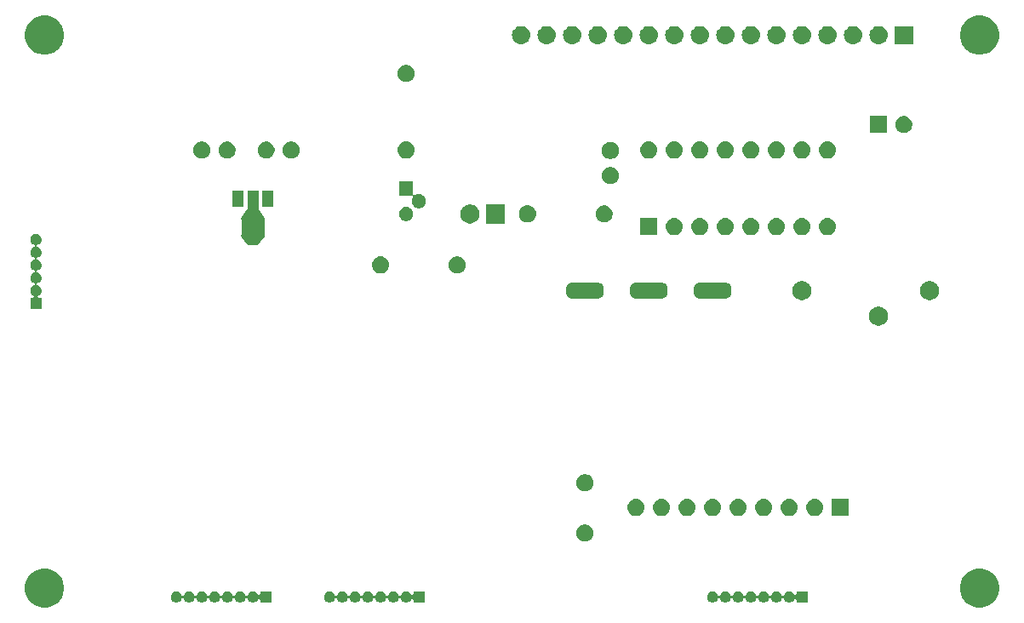
<source format=gbr>
G04 #@! TF.GenerationSoftware,KiCad,Pcbnew,5.1.3-ffb9f22~84~ubuntu16.04.1*
G04 #@! TF.CreationDate,2019-07-26T20:33:55+02:00*
G04 #@! TF.ProjectId,Raspberry-I2C-LCD-and-Keypad,52617370-6265-4727-9279-2d4932432d4c,rev?*
G04 #@! TF.SameCoordinates,Original*
G04 #@! TF.FileFunction,Soldermask,Top*
G04 #@! TF.FilePolarity,Negative*
%FSLAX46Y46*%
G04 Gerber Fmt 4.6, Leading zero omitted, Abs format (unit mm)*
G04 Created by KiCad (PCBNEW 5.1.3-ffb9f22~84~ubuntu16.04.1) date 2019-07-26 20:33:55*
%MOMM*%
%LPD*%
G04 APERTURE LIST*
%ADD10C,0.100000*%
G04 APERTURE END LIST*
D10*
G36*
X188408793Y-126784937D02*
G01*
X188763670Y-126931932D01*
X189083052Y-127145336D01*
X189354664Y-127416948D01*
X189568068Y-127736330D01*
X189715063Y-128091207D01*
X189790000Y-128467940D01*
X189790000Y-128852060D01*
X189715063Y-129228793D01*
X189568068Y-129583670D01*
X189354664Y-129903052D01*
X189083052Y-130174664D01*
X188763670Y-130388068D01*
X188408793Y-130535063D01*
X188032060Y-130610000D01*
X187647940Y-130610000D01*
X187271207Y-130535063D01*
X186916330Y-130388068D01*
X186596948Y-130174664D01*
X186325336Y-129903052D01*
X186111932Y-129583670D01*
X185964937Y-129228793D01*
X185890000Y-128852060D01*
X185890000Y-128467940D01*
X185964937Y-128091207D01*
X186111932Y-127736330D01*
X186325336Y-127416948D01*
X186596948Y-127145336D01*
X186916330Y-126931932D01*
X187271207Y-126784937D01*
X187647940Y-126710000D01*
X188032060Y-126710000D01*
X188408793Y-126784937D01*
X188408793Y-126784937D01*
G37*
G36*
X95408793Y-126784937D02*
G01*
X95763670Y-126931932D01*
X96083052Y-127145336D01*
X96354664Y-127416948D01*
X96568068Y-127736330D01*
X96715063Y-128091207D01*
X96790000Y-128467940D01*
X96790000Y-128852060D01*
X96715063Y-129228793D01*
X96568068Y-129583670D01*
X96354664Y-129903052D01*
X96083052Y-130174664D01*
X95763670Y-130388068D01*
X95408793Y-130535063D01*
X95032060Y-130610000D01*
X94647940Y-130610000D01*
X94271207Y-130535063D01*
X93916330Y-130388068D01*
X93596948Y-130174664D01*
X93325336Y-129903052D01*
X93111932Y-129583670D01*
X92964937Y-129228793D01*
X92890000Y-128852060D01*
X92890000Y-128467940D01*
X92964937Y-128091207D01*
X93111932Y-127736330D01*
X93325336Y-127416948D01*
X93596948Y-127145336D01*
X93916330Y-126931932D01*
X94271207Y-126784937D01*
X94647940Y-126710000D01*
X95032060Y-126710000D01*
X95408793Y-126784937D01*
X95408793Y-126784937D01*
G37*
G36*
X161398015Y-128996973D02*
G01*
X161501879Y-129028479D01*
X161529055Y-129043005D01*
X161597600Y-129079643D01*
X161681501Y-129148499D01*
X161750357Y-129232400D01*
X161761662Y-129253551D01*
X161801521Y-129328121D01*
X161805388Y-129340869D01*
X161814760Y-129363496D01*
X161828374Y-129383870D01*
X161845701Y-129401197D01*
X161866075Y-129414811D01*
X161888714Y-129424188D01*
X161912747Y-129428969D01*
X161937251Y-129428969D01*
X161961285Y-129424189D01*
X161983924Y-129414812D01*
X162004298Y-129401198D01*
X162021625Y-129383871D01*
X162035239Y-129363497D01*
X162044612Y-129340869D01*
X162048479Y-129328121D01*
X162088338Y-129253551D01*
X162099643Y-129232400D01*
X162168499Y-129148499D01*
X162252400Y-129079643D01*
X162320945Y-129043005D01*
X162348121Y-129028479D01*
X162451985Y-128996973D01*
X162532933Y-128989000D01*
X162587067Y-128989000D01*
X162668015Y-128996973D01*
X162771879Y-129028479D01*
X162799055Y-129043005D01*
X162867600Y-129079643D01*
X162951501Y-129148499D01*
X163020357Y-129232400D01*
X163031662Y-129253551D01*
X163071521Y-129328121D01*
X163075388Y-129340869D01*
X163084760Y-129363496D01*
X163098374Y-129383870D01*
X163115701Y-129401197D01*
X163136075Y-129414811D01*
X163158714Y-129424188D01*
X163182747Y-129428969D01*
X163207251Y-129428969D01*
X163231285Y-129424189D01*
X163253924Y-129414812D01*
X163274298Y-129401198D01*
X163291625Y-129383871D01*
X163305239Y-129363497D01*
X163314612Y-129340869D01*
X163318479Y-129328121D01*
X163358338Y-129253551D01*
X163369643Y-129232400D01*
X163438499Y-129148499D01*
X163522400Y-129079643D01*
X163590945Y-129043005D01*
X163618121Y-129028479D01*
X163721985Y-128996973D01*
X163802933Y-128989000D01*
X163857067Y-128989000D01*
X163938015Y-128996973D01*
X164041879Y-129028479D01*
X164069055Y-129043005D01*
X164137600Y-129079643D01*
X164221501Y-129148499D01*
X164290357Y-129232400D01*
X164301662Y-129253551D01*
X164341521Y-129328121D01*
X164345388Y-129340869D01*
X164354760Y-129363496D01*
X164368374Y-129383870D01*
X164385701Y-129401197D01*
X164406075Y-129414811D01*
X164428714Y-129424188D01*
X164452747Y-129428969D01*
X164477251Y-129428969D01*
X164501285Y-129424189D01*
X164523924Y-129414812D01*
X164544298Y-129401198D01*
X164561625Y-129383871D01*
X164575239Y-129363497D01*
X164584612Y-129340869D01*
X164588479Y-129328121D01*
X164628338Y-129253551D01*
X164639643Y-129232400D01*
X164708499Y-129148499D01*
X164792400Y-129079643D01*
X164860945Y-129043005D01*
X164888121Y-129028479D01*
X164991985Y-128996973D01*
X165072933Y-128989000D01*
X165127067Y-128989000D01*
X165208015Y-128996973D01*
X165311879Y-129028479D01*
X165339055Y-129043005D01*
X165407600Y-129079643D01*
X165491501Y-129148499D01*
X165560357Y-129232400D01*
X165571662Y-129253551D01*
X165611521Y-129328121D01*
X165615388Y-129340869D01*
X165624760Y-129363496D01*
X165638374Y-129383870D01*
X165655701Y-129401197D01*
X165676075Y-129414811D01*
X165698714Y-129424188D01*
X165722747Y-129428969D01*
X165747251Y-129428969D01*
X165771285Y-129424189D01*
X165793924Y-129414812D01*
X165814298Y-129401198D01*
X165831625Y-129383871D01*
X165845239Y-129363497D01*
X165854612Y-129340869D01*
X165858479Y-129328121D01*
X165898338Y-129253551D01*
X165909643Y-129232400D01*
X165978499Y-129148499D01*
X166062400Y-129079643D01*
X166130945Y-129043005D01*
X166158121Y-129028479D01*
X166261985Y-128996973D01*
X166342933Y-128989000D01*
X166397067Y-128989000D01*
X166478015Y-128996973D01*
X166581879Y-129028479D01*
X166609055Y-129043005D01*
X166677600Y-129079643D01*
X166761501Y-129148499D01*
X166830357Y-129232400D01*
X166841662Y-129253551D01*
X166881521Y-129328121D01*
X166885388Y-129340869D01*
X166894760Y-129363496D01*
X166908374Y-129383870D01*
X166925701Y-129401197D01*
X166946075Y-129414811D01*
X166968714Y-129424188D01*
X166992747Y-129428969D01*
X167017251Y-129428969D01*
X167041285Y-129424189D01*
X167063924Y-129414812D01*
X167084298Y-129401198D01*
X167101625Y-129383871D01*
X167115239Y-129363497D01*
X167124612Y-129340869D01*
X167128479Y-129328121D01*
X167168338Y-129253551D01*
X167179643Y-129232400D01*
X167248499Y-129148499D01*
X167332400Y-129079643D01*
X167400945Y-129043005D01*
X167428121Y-129028479D01*
X167531985Y-128996973D01*
X167612933Y-128989000D01*
X167667067Y-128989000D01*
X167748015Y-128996973D01*
X167851879Y-129028479D01*
X167879055Y-129043005D01*
X167947600Y-129079643D01*
X168031501Y-129148499D01*
X168100357Y-129232400D01*
X168111662Y-129253551D01*
X168151521Y-129328121D01*
X168155388Y-129340869D01*
X168164760Y-129363496D01*
X168178374Y-129383870D01*
X168195701Y-129401197D01*
X168216075Y-129414811D01*
X168238714Y-129424188D01*
X168262747Y-129428969D01*
X168287251Y-129428969D01*
X168311285Y-129424189D01*
X168333924Y-129414812D01*
X168354298Y-129401198D01*
X168371625Y-129383871D01*
X168385239Y-129363497D01*
X168394612Y-129340869D01*
X168398479Y-129328121D01*
X168438338Y-129253551D01*
X168449643Y-129232400D01*
X168518499Y-129148499D01*
X168602400Y-129079643D01*
X168670945Y-129043005D01*
X168698121Y-129028479D01*
X168801985Y-128996973D01*
X168882933Y-128989000D01*
X168937067Y-128989000D01*
X169018015Y-128996973D01*
X169121879Y-129028479D01*
X169149055Y-129043005D01*
X169217600Y-129079643D01*
X169301501Y-129148499D01*
X169370356Y-129232400D01*
X169393764Y-129276193D01*
X169407375Y-129296563D01*
X169424702Y-129313890D01*
X169445076Y-129327504D01*
X169467715Y-129336881D01*
X169491748Y-129341662D01*
X169516252Y-129341662D01*
X169540286Y-129336882D01*
X169562924Y-129327505D01*
X169583299Y-129313891D01*
X169600626Y-129296564D01*
X169614240Y-129276190D01*
X169623617Y-129253551D01*
X169628398Y-129229518D01*
X169629000Y-129217265D01*
X169629000Y-128989000D01*
X170731000Y-128989000D01*
X170731000Y-130091000D01*
X169629000Y-130091000D01*
X169629000Y-129862735D01*
X169626598Y-129838349D01*
X169619485Y-129814900D01*
X169607934Y-129793289D01*
X169592389Y-129774347D01*
X169573447Y-129758802D01*
X169551836Y-129747251D01*
X169528387Y-129740138D01*
X169504001Y-129737736D01*
X169479615Y-129740138D01*
X169456166Y-129747251D01*
X169434555Y-129758802D01*
X169415613Y-129774347D01*
X169400068Y-129793289D01*
X169393767Y-129803802D01*
X169370356Y-129847600D01*
X169370355Y-129847601D01*
X169301501Y-129931501D01*
X169217600Y-130000357D01*
X169149055Y-130036995D01*
X169121879Y-130051521D01*
X169018015Y-130083027D01*
X168937067Y-130091000D01*
X168882933Y-130091000D01*
X168801985Y-130083027D01*
X168698121Y-130051521D01*
X168670945Y-130036995D01*
X168602400Y-130000357D01*
X168518499Y-129931501D01*
X168449643Y-129847600D01*
X168410489Y-129774347D01*
X168398479Y-129751879D01*
X168394612Y-129739131D01*
X168385240Y-129716504D01*
X168371626Y-129696130D01*
X168354299Y-129678803D01*
X168333925Y-129665189D01*
X168311286Y-129655812D01*
X168287253Y-129651031D01*
X168262749Y-129651031D01*
X168238715Y-129655811D01*
X168216076Y-129665188D01*
X168195702Y-129678802D01*
X168178375Y-129696129D01*
X168164761Y-129716503D01*
X168155388Y-129739131D01*
X168151521Y-129751879D01*
X168139511Y-129774347D01*
X168100357Y-129847600D01*
X168031501Y-129931501D01*
X167947600Y-130000357D01*
X167879055Y-130036995D01*
X167851879Y-130051521D01*
X167748015Y-130083027D01*
X167667067Y-130091000D01*
X167612933Y-130091000D01*
X167531985Y-130083027D01*
X167428121Y-130051521D01*
X167400945Y-130036995D01*
X167332400Y-130000357D01*
X167248499Y-129931501D01*
X167179643Y-129847600D01*
X167140489Y-129774347D01*
X167128479Y-129751879D01*
X167124612Y-129739131D01*
X167115240Y-129716504D01*
X167101626Y-129696130D01*
X167084299Y-129678803D01*
X167063925Y-129665189D01*
X167041286Y-129655812D01*
X167017253Y-129651031D01*
X166992749Y-129651031D01*
X166968715Y-129655811D01*
X166946076Y-129665188D01*
X166925702Y-129678802D01*
X166908375Y-129696129D01*
X166894761Y-129716503D01*
X166885388Y-129739131D01*
X166881521Y-129751879D01*
X166869511Y-129774347D01*
X166830357Y-129847600D01*
X166761501Y-129931501D01*
X166677600Y-130000357D01*
X166609055Y-130036995D01*
X166581879Y-130051521D01*
X166478015Y-130083027D01*
X166397067Y-130091000D01*
X166342933Y-130091000D01*
X166261985Y-130083027D01*
X166158121Y-130051521D01*
X166130945Y-130036995D01*
X166062400Y-130000357D01*
X165978499Y-129931501D01*
X165909643Y-129847600D01*
X165870489Y-129774347D01*
X165858479Y-129751879D01*
X165854612Y-129739131D01*
X165845240Y-129716504D01*
X165831626Y-129696130D01*
X165814299Y-129678803D01*
X165793925Y-129665189D01*
X165771286Y-129655812D01*
X165747253Y-129651031D01*
X165722749Y-129651031D01*
X165698715Y-129655811D01*
X165676076Y-129665188D01*
X165655702Y-129678802D01*
X165638375Y-129696129D01*
X165624761Y-129716503D01*
X165615388Y-129739131D01*
X165611521Y-129751879D01*
X165599511Y-129774347D01*
X165560357Y-129847600D01*
X165491501Y-129931501D01*
X165407600Y-130000357D01*
X165339055Y-130036995D01*
X165311879Y-130051521D01*
X165208015Y-130083027D01*
X165127067Y-130091000D01*
X165072933Y-130091000D01*
X164991985Y-130083027D01*
X164888121Y-130051521D01*
X164860945Y-130036995D01*
X164792400Y-130000357D01*
X164708499Y-129931501D01*
X164639643Y-129847600D01*
X164600489Y-129774347D01*
X164588479Y-129751879D01*
X164584612Y-129739131D01*
X164575240Y-129716504D01*
X164561626Y-129696130D01*
X164544299Y-129678803D01*
X164523925Y-129665189D01*
X164501286Y-129655812D01*
X164477253Y-129651031D01*
X164452749Y-129651031D01*
X164428715Y-129655811D01*
X164406076Y-129665188D01*
X164385702Y-129678802D01*
X164368375Y-129696129D01*
X164354761Y-129716503D01*
X164345388Y-129739131D01*
X164341521Y-129751879D01*
X164329511Y-129774347D01*
X164290357Y-129847600D01*
X164221501Y-129931501D01*
X164137600Y-130000357D01*
X164069055Y-130036995D01*
X164041879Y-130051521D01*
X163938015Y-130083027D01*
X163857067Y-130091000D01*
X163802933Y-130091000D01*
X163721985Y-130083027D01*
X163618121Y-130051521D01*
X163590945Y-130036995D01*
X163522400Y-130000357D01*
X163438499Y-129931501D01*
X163369643Y-129847600D01*
X163330489Y-129774347D01*
X163318479Y-129751879D01*
X163314612Y-129739131D01*
X163305240Y-129716504D01*
X163291626Y-129696130D01*
X163274299Y-129678803D01*
X163253925Y-129665189D01*
X163231286Y-129655812D01*
X163207253Y-129651031D01*
X163182749Y-129651031D01*
X163158715Y-129655811D01*
X163136076Y-129665188D01*
X163115702Y-129678802D01*
X163098375Y-129696129D01*
X163084761Y-129716503D01*
X163075388Y-129739131D01*
X163071521Y-129751879D01*
X163059511Y-129774347D01*
X163020357Y-129847600D01*
X162951501Y-129931501D01*
X162867600Y-130000357D01*
X162799055Y-130036995D01*
X162771879Y-130051521D01*
X162668015Y-130083027D01*
X162587067Y-130091000D01*
X162532933Y-130091000D01*
X162451985Y-130083027D01*
X162348121Y-130051521D01*
X162320945Y-130036995D01*
X162252400Y-130000357D01*
X162168499Y-129931501D01*
X162099643Y-129847600D01*
X162060489Y-129774347D01*
X162048479Y-129751879D01*
X162044612Y-129739131D01*
X162035240Y-129716504D01*
X162021626Y-129696130D01*
X162004299Y-129678803D01*
X161983925Y-129665189D01*
X161961286Y-129655812D01*
X161937253Y-129651031D01*
X161912749Y-129651031D01*
X161888715Y-129655811D01*
X161866076Y-129665188D01*
X161845702Y-129678802D01*
X161828375Y-129696129D01*
X161814761Y-129716503D01*
X161805388Y-129739131D01*
X161801521Y-129751879D01*
X161789511Y-129774347D01*
X161750357Y-129847600D01*
X161681501Y-129931501D01*
X161597600Y-130000357D01*
X161529055Y-130036995D01*
X161501879Y-130051521D01*
X161398015Y-130083027D01*
X161317067Y-130091000D01*
X161262933Y-130091000D01*
X161181985Y-130083027D01*
X161078121Y-130051521D01*
X161050945Y-130036995D01*
X160982400Y-130000357D01*
X160898499Y-129931501D01*
X160829643Y-129847600D01*
X160790489Y-129774347D01*
X160778479Y-129751879D01*
X160746973Y-129648015D01*
X160736334Y-129540000D01*
X160746973Y-129431985D01*
X160778479Y-129328121D01*
X160818338Y-129253551D01*
X160829643Y-129232400D01*
X160898499Y-129148499D01*
X160982400Y-129079643D01*
X161050945Y-129043005D01*
X161078121Y-129028479D01*
X161181985Y-128996973D01*
X161262933Y-128989000D01*
X161317067Y-128989000D01*
X161398015Y-128996973D01*
X161398015Y-128996973D01*
G37*
G36*
X123298015Y-128996973D02*
G01*
X123401879Y-129028479D01*
X123429055Y-129043005D01*
X123497600Y-129079643D01*
X123581501Y-129148499D01*
X123650357Y-129232400D01*
X123661662Y-129253551D01*
X123701521Y-129328121D01*
X123705388Y-129340869D01*
X123714760Y-129363496D01*
X123728374Y-129383870D01*
X123745701Y-129401197D01*
X123766075Y-129414811D01*
X123788714Y-129424188D01*
X123812747Y-129428969D01*
X123837251Y-129428969D01*
X123861285Y-129424189D01*
X123883924Y-129414812D01*
X123904298Y-129401198D01*
X123921625Y-129383871D01*
X123935239Y-129363497D01*
X123944612Y-129340869D01*
X123948479Y-129328121D01*
X123988338Y-129253551D01*
X123999643Y-129232400D01*
X124068499Y-129148499D01*
X124152400Y-129079643D01*
X124220945Y-129043005D01*
X124248121Y-129028479D01*
X124351985Y-128996973D01*
X124432933Y-128989000D01*
X124487067Y-128989000D01*
X124568015Y-128996973D01*
X124671879Y-129028479D01*
X124699055Y-129043005D01*
X124767600Y-129079643D01*
X124851501Y-129148499D01*
X124920357Y-129232400D01*
X124931662Y-129253551D01*
X124971521Y-129328121D01*
X124975388Y-129340869D01*
X124984760Y-129363496D01*
X124998374Y-129383870D01*
X125015701Y-129401197D01*
X125036075Y-129414811D01*
X125058714Y-129424188D01*
X125082747Y-129428969D01*
X125107251Y-129428969D01*
X125131285Y-129424189D01*
X125153924Y-129414812D01*
X125174298Y-129401198D01*
X125191625Y-129383871D01*
X125205239Y-129363497D01*
X125214612Y-129340869D01*
X125218479Y-129328121D01*
X125258338Y-129253551D01*
X125269643Y-129232400D01*
X125338499Y-129148499D01*
X125422400Y-129079643D01*
X125490945Y-129043005D01*
X125518121Y-129028479D01*
X125621985Y-128996973D01*
X125702933Y-128989000D01*
X125757067Y-128989000D01*
X125838015Y-128996973D01*
X125941879Y-129028479D01*
X125969055Y-129043005D01*
X126037600Y-129079643D01*
X126121501Y-129148499D01*
X126190357Y-129232400D01*
X126201662Y-129253551D01*
X126241521Y-129328121D01*
X126245388Y-129340869D01*
X126254760Y-129363496D01*
X126268374Y-129383870D01*
X126285701Y-129401197D01*
X126306075Y-129414811D01*
X126328714Y-129424188D01*
X126352747Y-129428969D01*
X126377251Y-129428969D01*
X126401285Y-129424189D01*
X126423924Y-129414812D01*
X126444298Y-129401198D01*
X126461625Y-129383871D01*
X126475239Y-129363497D01*
X126484612Y-129340869D01*
X126488479Y-129328121D01*
X126528338Y-129253551D01*
X126539643Y-129232400D01*
X126608499Y-129148499D01*
X126692400Y-129079643D01*
X126760945Y-129043005D01*
X126788121Y-129028479D01*
X126891985Y-128996973D01*
X126972933Y-128989000D01*
X127027067Y-128989000D01*
X127108015Y-128996973D01*
X127211879Y-129028479D01*
X127239055Y-129043005D01*
X127307600Y-129079643D01*
X127391501Y-129148499D01*
X127460357Y-129232400D01*
X127471662Y-129253551D01*
X127511521Y-129328121D01*
X127515388Y-129340869D01*
X127524760Y-129363496D01*
X127538374Y-129383870D01*
X127555701Y-129401197D01*
X127576075Y-129414811D01*
X127598714Y-129424188D01*
X127622747Y-129428969D01*
X127647251Y-129428969D01*
X127671285Y-129424189D01*
X127693924Y-129414812D01*
X127714298Y-129401198D01*
X127731625Y-129383871D01*
X127745239Y-129363497D01*
X127754612Y-129340869D01*
X127758479Y-129328121D01*
X127798338Y-129253551D01*
X127809643Y-129232400D01*
X127878499Y-129148499D01*
X127962400Y-129079643D01*
X128030945Y-129043005D01*
X128058121Y-129028479D01*
X128161985Y-128996973D01*
X128242933Y-128989000D01*
X128297067Y-128989000D01*
X128378015Y-128996973D01*
X128481879Y-129028479D01*
X128509055Y-129043005D01*
X128577600Y-129079643D01*
X128661501Y-129148499D01*
X128730357Y-129232400D01*
X128741662Y-129253551D01*
X128781521Y-129328121D01*
X128785388Y-129340869D01*
X128794760Y-129363496D01*
X128808374Y-129383870D01*
X128825701Y-129401197D01*
X128846075Y-129414811D01*
X128868714Y-129424188D01*
X128892747Y-129428969D01*
X128917251Y-129428969D01*
X128941285Y-129424189D01*
X128963924Y-129414812D01*
X128984298Y-129401198D01*
X129001625Y-129383871D01*
X129015239Y-129363497D01*
X129024612Y-129340869D01*
X129028479Y-129328121D01*
X129068338Y-129253551D01*
X129079643Y-129232400D01*
X129148499Y-129148499D01*
X129232400Y-129079643D01*
X129300945Y-129043005D01*
X129328121Y-129028479D01*
X129431985Y-128996973D01*
X129512933Y-128989000D01*
X129567067Y-128989000D01*
X129648015Y-128996973D01*
X129751879Y-129028479D01*
X129779055Y-129043005D01*
X129847600Y-129079643D01*
X129931501Y-129148499D01*
X130000357Y-129232400D01*
X130011662Y-129253551D01*
X130051521Y-129328121D01*
X130055388Y-129340869D01*
X130064760Y-129363496D01*
X130078374Y-129383870D01*
X130095701Y-129401197D01*
X130116075Y-129414811D01*
X130138714Y-129424188D01*
X130162747Y-129428969D01*
X130187251Y-129428969D01*
X130211285Y-129424189D01*
X130233924Y-129414812D01*
X130254298Y-129401198D01*
X130271625Y-129383871D01*
X130285239Y-129363497D01*
X130294612Y-129340869D01*
X130298479Y-129328121D01*
X130338338Y-129253551D01*
X130349643Y-129232400D01*
X130418499Y-129148499D01*
X130502400Y-129079643D01*
X130570945Y-129043005D01*
X130598121Y-129028479D01*
X130701985Y-128996973D01*
X130782933Y-128989000D01*
X130837067Y-128989000D01*
X130918015Y-128996973D01*
X131021879Y-129028479D01*
X131049055Y-129043005D01*
X131117600Y-129079643D01*
X131201501Y-129148499D01*
X131270356Y-129232400D01*
X131293764Y-129276193D01*
X131307375Y-129296563D01*
X131324702Y-129313890D01*
X131345076Y-129327504D01*
X131367715Y-129336881D01*
X131391748Y-129341662D01*
X131416252Y-129341662D01*
X131440286Y-129336882D01*
X131462924Y-129327505D01*
X131483299Y-129313891D01*
X131500626Y-129296564D01*
X131514240Y-129276190D01*
X131523617Y-129253551D01*
X131528398Y-129229518D01*
X131529000Y-129217265D01*
X131529000Y-128989000D01*
X132631000Y-128989000D01*
X132631000Y-130091000D01*
X131529000Y-130091000D01*
X131529000Y-129862735D01*
X131526598Y-129838349D01*
X131519485Y-129814900D01*
X131507934Y-129793289D01*
X131492389Y-129774347D01*
X131473447Y-129758802D01*
X131451836Y-129747251D01*
X131428387Y-129740138D01*
X131404001Y-129737736D01*
X131379615Y-129740138D01*
X131356166Y-129747251D01*
X131334555Y-129758802D01*
X131315613Y-129774347D01*
X131300068Y-129793289D01*
X131293767Y-129803802D01*
X131270356Y-129847600D01*
X131270355Y-129847601D01*
X131201501Y-129931501D01*
X131117600Y-130000357D01*
X131049055Y-130036995D01*
X131021879Y-130051521D01*
X130918015Y-130083027D01*
X130837067Y-130091000D01*
X130782933Y-130091000D01*
X130701985Y-130083027D01*
X130598121Y-130051521D01*
X130570945Y-130036995D01*
X130502400Y-130000357D01*
X130418499Y-129931501D01*
X130349643Y-129847600D01*
X130310489Y-129774347D01*
X130298479Y-129751879D01*
X130294612Y-129739131D01*
X130285240Y-129716504D01*
X130271626Y-129696130D01*
X130254299Y-129678803D01*
X130233925Y-129665189D01*
X130211286Y-129655812D01*
X130187253Y-129651031D01*
X130162749Y-129651031D01*
X130138715Y-129655811D01*
X130116076Y-129665188D01*
X130095702Y-129678802D01*
X130078375Y-129696129D01*
X130064761Y-129716503D01*
X130055388Y-129739131D01*
X130051521Y-129751879D01*
X130039511Y-129774347D01*
X130000357Y-129847600D01*
X129931501Y-129931501D01*
X129847600Y-130000357D01*
X129779055Y-130036995D01*
X129751879Y-130051521D01*
X129648015Y-130083027D01*
X129567067Y-130091000D01*
X129512933Y-130091000D01*
X129431985Y-130083027D01*
X129328121Y-130051521D01*
X129300945Y-130036995D01*
X129232400Y-130000357D01*
X129148499Y-129931501D01*
X129079643Y-129847600D01*
X129040489Y-129774347D01*
X129028479Y-129751879D01*
X129024612Y-129739131D01*
X129015240Y-129716504D01*
X129001626Y-129696130D01*
X128984299Y-129678803D01*
X128963925Y-129665189D01*
X128941286Y-129655812D01*
X128917253Y-129651031D01*
X128892749Y-129651031D01*
X128868715Y-129655811D01*
X128846076Y-129665188D01*
X128825702Y-129678802D01*
X128808375Y-129696129D01*
X128794761Y-129716503D01*
X128785388Y-129739131D01*
X128781521Y-129751879D01*
X128769511Y-129774347D01*
X128730357Y-129847600D01*
X128661501Y-129931501D01*
X128577600Y-130000357D01*
X128509055Y-130036995D01*
X128481879Y-130051521D01*
X128378015Y-130083027D01*
X128297067Y-130091000D01*
X128242933Y-130091000D01*
X128161985Y-130083027D01*
X128058121Y-130051521D01*
X128030945Y-130036995D01*
X127962400Y-130000357D01*
X127878499Y-129931501D01*
X127809643Y-129847600D01*
X127770489Y-129774347D01*
X127758479Y-129751879D01*
X127754612Y-129739131D01*
X127745240Y-129716504D01*
X127731626Y-129696130D01*
X127714299Y-129678803D01*
X127693925Y-129665189D01*
X127671286Y-129655812D01*
X127647253Y-129651031D01*
X127622749Y-129651031D01*
X127598715Y-129655811D01*
X127576076Y-129665188D01*
X127555702Y-129678802D01*
X127538375Y-129696129D01*
X127524761Y-129716503D01*
X127515388Y-129739131D01*
X127511521Y-129751879D01*
X127499511Y-129774347D01*
X127460357Y-129847600D01*
X127391501Y-129931501D01*
X127307600Y-130000357D01*
X127239055Y-130036995D01*
X127211879Y-130051521D01*
X127108015Y-130083027D01*
X127027067Y-130091000D01*
X126972933Y-130091000D01*
X126891985Y-130083027D01*
X126788121Y-130051521D01*
X126760945Y-130036995D01*
X126692400Y-130000357D01*
X126608499Y-129931501D01*
X126539643Y-129847600D01*
X126500489Y-129774347D01*
X126488479Y-129751879D01*
X126484612Y-129739131D01*
X126475240Y-129716504D01*
X126461626Y-129696130D01*
X126444299Y-129678803D01*
X126423925Y-129665189D01*
X126401286Y-129655812D01*
X126377253Y-129651031D01*
X126352749Y-129651031D01*
X126328715Y-129655811D01*
X126306076Y-129665188D01*
X126285702Y-129678802D01*
X126268375Y-129696129D01*
X126254761Y-129716503D01*
X126245388Y-129739131D01*
X126241521Y-129751879D01*
X126229511Y-129774347D01*
X126190357Y-129847600D01*
X126121501Y-129931501D01*
X126037600Y-130000357D01*
X125969055Y-130036995D01*
X125941879Y-130051521D01*
X125838015Y-130083027D01*
X125757067Y-130091000D01*
X125702933Y-130091000D01*
X125621985Y-130083027D01*
X125518121Y-130051521D01*
X125490945Y-130036995D01*
X125422400Y-130000357D01*
X125338499Y-129931501D01*
X125269643Y-129847600D01*
X125230489Y-129774347D01*
X125218479Y-129751879D01*
X125214612Y-129739131D01*
X125205240Y-129716504D01*
X125191626Y-129696130D01*
X125174299Y-129678803D01*
X125153925Y-129665189D01*
X125131286Y-129655812D01*
X125107253Y-129651031D01*
X125082749Y-129651031D01*
X125058715Y-129655811D01*
X125036076Y-129665188D01*
X125015702Y-129678802D01*
X124998375Y-129696129D01*
X124984761Y-129716503D01*
X124975388Y-129739131D01*
X124971521Y-129751879D01*
X124959511Y-129774347D01*
X124920357Y-129847600D01*
X124851501Y-129931501D01*
X124767600Y-130000357D01*
X124699055Y-130036995D01*
X124671879Y-130051521D01*
X124568015Y-130083027D01*
X124487067Y-130091000D01*
X124432933Y-130091000D01*
X124351985Y-130083027D01*
X124248121Y-130051521D01*
X124220945Y-130036995D01*
X124152400Y-130000357D01*
X124068499Y-129931501D01*
X123999643Y-129847600D01*
X123960489Y-129774347D01*
X123948479Y-129751879D01*
X123944612Y-129739131D01*
X123935240Y-129716504D01*
X123921626Y-129696130D01*
X123904299Y-129678803D01*
X123883925Y-129665189D01*
X123861286Y-129655812D01*
X123837253Y-129651031D01*
X123812749Y-129651031D01*
X123788715Y-129655811D01*
X123766076Y-129665188D01*
X123745702Y-129678802D01*
X123728375Y-129696129D01*
X123714761Y-129716503D01*
X123705388Y-129739131D01*
X123701521Y-129751879D01*
X123689511Y-129774347D01*
X123650357Y-129847600D01*
X123581501Y-129931501D01*
X123497600Y-130000357D01*
X123429055Y-130036995D01*
X123401879Y-130051521D01*
X123298015Y-130083027D01*
X123217067Y-130091000D01*
X123162933Y-130091000D01*
X123081985Y-130083027D01*
X122978121Y-130051521D01*
X122950945Y-130036995D01*
X122882400Y-130000357D01*
X122798499Y-129931501D01*
X122729643Y-129847600D01*
X122690489Y-129774347D01*
X122678479Y-129751879D01*
X122646973Y-129648015D01*
X122636334Y-129540000D01*
X122646973Y-129431985D01*
X122678479Y-129328121D01*
X122718338Y-129253551D01*
X122729643Y-129232400D01*
X122798499Y-129148499D01*
X122882400Y-129079643D01*
X122950945Y-129043005D01*
X122978121Y-129028479D01*
X123081985Y-128996973D01*
X123162933Y-128989000D01*
X123217067Y-128989000D01*
X123298015Y-128996973D01*
X123298015Y-128996973D01*
G37*
G36*
X108058015Y-128996973D02*
G01*
X108161879Y-129028479D01*
X108189055Y-129043005D01*
X108257600Y-129079643D01*
X108341501Y-129148499D01*
X108410357Y-129232400D01*
X108421662Y-129253551D01*
X108461521Y-129328121D01*
X108465388Y-129340869D01*
X108474760Y-129363496D01*
X108488374Y-129383870D01*
X108505701Y-129401197D01*
X108526075Y-129414811D01*
X108548714Y-129424188D01*
X108572747Y-129428969D01*
X108597251Y-129428969D01*
X108621285Y-129424189D01*
X108643924Y-129414812D01*
X108664298Y-129401198D01*
X108681625Y-129383871D01*
X108695239Y-129363497D01*
X108704612Y-129340869D01*
X108708479Y-129328121D01*
X108748338Y-129253551D01*
X108759643Y-129232400D01*
X108828499Y-129148499D01*
X108912400Y-129079643D01*
X108980945Y-129043005D01*
X109008121Y-129028479D01*
X109111985Y-128996973D01*
X109192933Y-128989000D01*
X109247067Y-128989000D01*
X109328015Y-128996973D01*
X109431879Y-129028479D01*
X109459055Y-129043005D01*
X109527600Y-129079643D01*
X109611501Y-129148499D01*
X109680357Y-129232400D01*
X109691662Y-129253551D01*
X109731521Y-129328121D01*
X109735388Y-129340869D01*
X109744760Y-129363496D01*
X109758374Y-129383870D01*
X109775701Y-129401197D01*
X109796075Y-129414811D01*
X109818714Y-129424188D01*
X109842747Y-129428969D01*
X109867251Y-129428969D01*
X109891285Y-129424189D01*
X109913924Y-129414812D01*
X109934298Y-129401198D01*
X109951625Y-129383871D01*
X109965239Y-129363497D01*
X109974612Y-129340869D01*
X109978479Y-129328121D01*
X110018338Y-129253551D01*
X110029643Y-129232400D01*
X110098499Y-129148499D01*
X110182400Y-129079643D01*
X110250945Y-129043005D01*
X110278121Y-129028479D01*
X110381985Y-128996973D01*
X110462933Y-128989000D01*
X110517067Y-128989000D01*
X110598015Y-128996973D01*
X110701879Y-129028479D01*
X110729055Y-129043005D01*
X110797600Y-129079643D01*
X110881501Y-129148499D01*
X110950357Y-129232400D01*
X110961662Y-129253551D01*
X111001521Y-129328121D01*
X111005388Y-129340869D01*
X111014760Y-129363496D01*
X111028374Y-129383870D01*
X111045701Y-129401197D01*
X111066075Y-129414811D01*
X111088714Y-129424188D01*
X111112747Y-129428969D01*
X111137251Y-129428969D01*
X111161285Y-129424189D01*
X111183924Y-129414812D01*
X111204298Y-129401198D01*
X111221625Y-129383871D01*
X111235239Y-129363497D01*
X111244612Y-129340869D01*
X111248479Y-129328121D01*
X111288338Y-129253551D01*
X111299643Y-129232400D01*
X111368499Y-129148499D01*
X111452400Y-129079643D01*
X111520945Y-129043005D01*
X111548121Y-129028479D01*
X111651985Y-128996973D01*
X111732933Y-128989000D01*
X111787067Y-128989000D01*
X111868015Y-128996973D01*
X111971879Y-129028479D01*
X111999055Y-129043005D01*
X112067600Y-129079643D01*
X112151501Y-129148499D01*
X112220357Y-129232400D01*
X112231662Y-129253551D01*
X112271521Y-129328121D01*
X112275388Y-129340869D01*
X112284760Y-129363496D01*
X112298374Y-129383870D01*
X112315701Y-129401197D01*
X112336075Y-129414811D01*
X112358714Y-129424188D01*
X112382747Y-129428969D01*
X112407251Y-129428969D01*
X112431285Y-129424189D01*
X112453924Y-129414812D01*
X112474298Y-129401198D01*
X112491625Y-129383871D01*
X112505239Y-129363497D01*
X112514612Y-129340869D01*
X112518479Y-129328121D01*
X112558338Y-129253551D01*
X112569643Y-129232400D01*
X112638499Y-129148499D01*
X112722400Y-129079643D01*
X112790945Y-129043005D01*
X112818121Y-129028479D01*
X112921985Y-128996973D01*
X113002933Y-128989000D01*
X113057067Y-128989000D01*
X113138015Y-128996973D01*
X113241879Y-129028479D01*
X113269055Y-129043005D01*
X113337600Y-129079643D01*
X113421501Y-129148499D01*
X113490357Y-129232400D01*
X113501662Y-129253551D01*
X113541521Y-129328121D01*
X113545388Y-129340869D01*
X113554760Y-129363496D01*
X113568374Y-129383870D01*
X113585701Y-129401197D01*
X113606075Y-129414811D01*
X113628714Y-129424188D01*
X113652747Y-129428969D01*
X113677251Y-129428969D01*
X113701285Y-129424189D01*
X113723924Y-129414812D01*
X113744298Y-129401198D01*
X113761625Y-129383871D01*
X113775239Y-129363497D01*
X113784612Y-129340869D01*
X113788479Y-129328121D01*
X113828338Y-129253551D01*
X113839643Y-129232400D01*
X113908499Y-129148499D01*
X113992400Y-129079643D01*
X114060945Y-129043005D01*
X114088121Y-129028479D01*
X114191985Y-128996973D01*
X114272933Y-128989000D01*
X114327067Y-128989000D01*
X114408015Y-128996973D01*
X114511879Y-129028479D01*
X114539055Y-129043005D01*
X114607600Y-129079643D01*
X114691501Y-129148499D01*
X114760357Y-129232400D01*
X114771662Y-129253551D01*
X114811521Y-129328121D01*
X114815388Y-129340869D01*
X114824760Y-129363496D01*
X114838374Y-129383870D01*
X114855701Y-129401197D01*
X114876075Y-129414811D01*
X114898714Y-129424188D01*
X114922747Y-129428969D01*
X114947251Y-129428969D01*
X114971285Y-129424189D01*
X114993924Y-129414812D01*
X115014298Y-129401198D01*
X115031625Y-129383871D01*
X115045239Y-129363497D01*
X115054612Y-129340869D01*
X115058479Y-129328121D01*
X115098338Y-129253551D01*
X115109643Y-129232400D01*
X115178499Y-129148499D01*
X115262400Y-129079643D01*
X115330945Y-129043005D01*
X115358121Y-129028479D01*
X115461985Y-128996973D01*
X115542933Y-128989000D01*
X115597067Y-128989000D01*
X115678015Y-128996973D01*
X115781879Y-129028479D01*
X115809055Y-129043005D01*
X115877600Y-129079643D01*
X115961501Y-129148499D01*
X116030356Y-129232400D01*
X116053764Y-129276193D01*
X116067375Y-129296563D01*
X116084702Y-129313890D01*
X116105076Y-129327504D01*
X116127715Y-129336881D01*
X116151748Y-129341662D01*
X116176252Y-129341662D01*
X116200286Y-129336882D01*
X116222924Y-129327505D01*
X116243299Y-129313891D01*
X116260626Y-129296564D01*
X116274240Y-129276190D01*
X116283617Y-129253551D01*
X116288398Y-129229518D01*
X116289000Y-129217265D01*
X116289000Y-128989000D01*
X117391000Y-128989000D01*
X117391000Y-130091000D01*
X116289000Y-130091000D01*
X116289000Y-129862735D01*
X116286598Y-129838349D01*
X116279485Y-129814900D01*
X116267934Y-129793289D01*
X116252389Y-129774347D01*
X116233447Y-129758802D01*
X116211836Y-129747251D01*
X116188387Y-129740138D01*
X116164001Y-129737736D01*
X116139615Y-129740138D01*
X116116166Y-129747251D01*
X116094555Y-129758802D01*
X116075613Y-129774347D01*
X116060068Y-129793289D01*
X116053767Y-129803802D01*
X116030356Y-129847600D01*
X116030355Y-129847601D01*
X115961501Y-129931501D01*
X115877600Y-130000357D01*
X115809055Y-130036995D01*
X115781879Y-130051521D01*
X115678015Y-130083027D01*
X115597067Y-130091000D01*
X115542933Y-130091000D01*
X115461985Y-130083027D01*
X115358121Y-130051521D01*
X115330945Y-130036995D01*
X115262400Y-130000357D01*
X115178499Y-129931501D01*
X115109643Y-129847600D01*
X115070489Y-129774347D01*
X115058479Y-129751879D01*
X115054612Y-129739131D01*
X115045240Y-129716504D01*
X115031626Y-129696130D01*
X115014299Y-129678803D01*
X114993925Y-129665189D01*
X114971286Y-129655812D01*
X114947253Y-129651031D01*
X114922749Y-129651031D01*
X114898715Y-129655811D01*
X114876076Y-129665188D01*
X114855702Y-129678802D01*
X114838375Y-129696129D01*
X114824761Y-129716503D01*
X114815388Y-129739131D01*
X114811521Y-129751879D01*
X114799511Y-129774347D01*
X114760357Y-129847600D01*
X114691501Y-129931501D01*
X114607600Y-130000357D01*
X114539055Y-130036995D01*
X114511879Y-130051521D01*
X114408015Y-130083027D01*
X114327067Y-130091000D01*
X114272933Y-130091000D01*
X114191985Y-130083027D01*
X114088121Y-130051521D01*
X114060945Y-130036995D01*
X113992400Y-130000357D01*
X113908499Y-129931501D01*
X113839643Y-129847600D01*
X113800489Y-129774347D01*
X113788479Y-129751879D01*
X113784612Y-129739131D01*
X113775240Y-129716504D01*
X113761626Y-129696130D01*
X113744299Y-129678803D01*
X113723925Y-129665189D01*
X113701286Y-129655812D01*
X113677253Y-129651031D01*
X113652749Y-129651031D01*
X113628715Y-129655811D01*
X113606076Y-129665188D01*
X113585702Y-129678802D01*
X113568375Y-129696129D01*
X113554761Y-129716503D01*
X113545388Y-129739131D01*
X113541521Y-129751879D01*
X113529511Y-129774347D01*
X113490357Y-129847600D01*
X113421501Y-129931501D01*
X113337600Y-130000357D01*
X113269055Y-130036995D01*
X113241879Y-130051521D01*
X113138015Y-130083027D01*
X113057067Y-130091000D01*
X113002933Y-130091000D01*
X112921985Y-130083027D01*
X112818121Y-130051521D01*
X112790945Y-130036995D01*
X112722400Y-130000357D01*
X112638499Y-129931501D01*
X112569643Y-129847600D01*
X112530489Y-129774347D01*
X112518479Y-129751879D01*
X112514612Y-129739131D01*
X112505240Y-129716504D01*
X112491626Y-129696130D01*
X112474299Y-129678803D01*
X112453925Y-129665189D01*
X112431286Y-129655812D01*
X112407253Y-129651031D01*
X112382749Y-129651031D01*
X112358715Y-129655811D01*
X112336076Y-129665188D01*
X112315702Y-129678802D01*
X112298375Y-129696129D01*
X112284761Y-129716503D01*
X112275388Y-129739131D01*
X112271521Y-129751879D01*
X112259511Y-129774347D01*
X112220357Y-129847600D01*
X112151501Y-129931501D01*
X112067600Y-130000357D01*
X111999055Y-130036995D01*
X111971879Y-130051521D01*
X111868015Y-130083027D01*
X111787067Y-130091000D01*
X111732933Y-130091000D01*
X111651985Y-130083027D01*
X111548121Y-130051521D01*
X111520945Y-130036995D01*
X111452400Y-130000357D01*
X111368499Y-129931501D01*
X111299643Y-129847600D01*
X111260489Y-129774347D01*
X111248479Y-129751879D01*
X111244612Y-129739131D01*
X111235240Y-129716504D01*
X111221626Y-129696130D01*
X111204299Y-129678803D01*
X111183925Y-129665189D01*
X111161286Y-129655812D01*
X111137253Y-129651031D01*
X111112749Y-129651031D01*
X111088715Y-129655811D01*
X111066076Y-129665188D01*
X111045702Y-129678802D01*
X111028375Y-129696129D01*
X111014761Y-129716503D01*
X111005388Y-129739131D01*
X111001521Y-129751879D01*
X110989511Y-129774347D01*
X110950357Y-129847600D01*
X110881501Y-129931501D01*
X110797600Y-130000357D01*
X110729055Y-130036995D01*
X110701879Y-130051521D01*
X110598015Y-130083027D01*
X110517067Y-130091000D01*
X110462933Y-130091000D01*
X110381985Y-130083027D01*
X110278121Y-130051521D01*
X110250945Y-130036995D01*
X110182400Y-130000357D01*
X110098499Y-129931501D01*
X110029643Y-129847600D01*
X109990489Y-129774347D01*
X109978479Y-129751879D01*
X109974612Y-129739131D01*
X109965240Y-129716504D01*
X109951626Y-129696130D01*
X109934299Y-129678803D01*
X109913925Y-129665189D01*
X109891286Y-129655812D01*
X109867253Y-129651031D01*
X109842749Y-129651031D01*
X109818715Y-129655811D01*
X109796076Y-129665188D01*
X109775702Y-129678802D01*
X109758375Y-129696129D01*
X109744761Y-129716503D01*
X109735388Y-129739131D01*
X109731521Y-129751879D01*
X109719511Y-129774347D01*
X109680357Y-129847600D01*
X109611501Y-129931501D01*
X109527600Y-130000357D01*
X109459055Y-130036995D01*
X109431879Y-130051521D01*
X109328015Y-130083027D01*
X109247067Y-130091000D01*
X109192933Y-130091000D01*
X109111985Y-130083027D01*
X109008121Y-130051521D01*
X108980945Y-130036995D01*
X108912400Y-130000357D01*
X108828499Y-129931501D01*
X108759643Y-129847600D01*
X108720489Y-129774347D01*
X108708479Y-129751879D01*
X108704612Y-129739131D01*
X108695240Y-129716504D01*
X108681626Y-129696130D01*
X108664299Y-129678803D01*
X108643925Y-129665189D01*
X108621286Y-129655812D01*
X108597253Y-129651031D01*
X108572749Y-129651031D01*
X108548715Y-129655811D01*
X108526076Y-129665188D01*
X108505702Y-129678802D01*
X108488375Y-129696129D01*
X108474761Y-129716503D01*
X108465388Y-129739131D01*
X108461521Y-129751879D01*
X108449511Y-129774347D01*
X108410357Y-129847600D01*
X108341501Y-129931501D01*
X108257600Y-130000357D01*
X108189055Y-130036995D01*
X108161879Y-130051521D01*
X108058015Y-130083027D01*
X107977067Y-130091000D01*
X107922933Y-130091000D01*
X107841985Y-130083027D01*
X107738121Y-130051521D01*
X107710945Y-130036995D01*
X107642400Y-130000357D01*
X107558499Y-129931501D01*
X107489643Y-129847600D01*
X107450489Y-129774347D01*
X107438479Y-129751879D01*
X107406973Y-129648015D01*
X107396334Y-129540000D01*
X107406973Y-129431985D01*
X107438479Y-129328121D01*
X107478338Y-129253551D01*
X107489643Y-129232400D01*
X107558499Y-129148499D01*
X107642400Y-129079643D01*
X107710945Y-129043005D01*
X107738121Y-129028479D01*
X107841985Y-128996973D01*
X107922933Y-128989000D01*
X107977067Y-128989000D01*
X108058015Y-128996973D01*
X108058015Y-128996973D01*
G37*
G36*
X148838228Y-122371703D02*
G01*
X148993100Y-122435853D01*
X149132481Y-122528985D01*
X149251015Y-122647519D01*
X149344147Y-122786900D01*
X149408297Y-122941772D01*
X149441000Y-123106184D01*
X149441000Y-123273816D01*
X149408297Y-123438228D01*
X149344147Y-123593100D01*
X149251015Y-123732481D01*
X149132481Y-123851015D01*
X148993100Y-123944147D01*
X148838228Y-124008297D01*
X148673816Y-124041000D01*
X148506184Y-124041000D01*
X148341772Y-124008297D01*
X148186900Y-123944147D01*
X148047519Y-123851015D01*
X147928985Y-123732481D01*
X147835853Y-123593100D01*
X147771703Y-123438228D01*
X147739000Y-123273816D01*
X147739000Y-123106184D01*
X147771703Y-122941772D01*
X147835853Y-122786900D01*
X147928985Y-122647519D01*
X148047519Y-122528985D01*
X148186900Y-122435853D01*
X148341772Y-122371703D01*
X148506184Y-122339000D01*
X148673816Y-122339000D01*
X148838228Y-122371703D01*
X148838228Y-122371703D01*
G37*
G36*
X174841000Y-121501000D02*
G01*
X173139000Y-121501000D01*
X173139000Y-119799000D01*
X174841000Y-119799000D01*
X174841000Y-121501000D01*
X174841000Y-121501000D01*
G37*
G36*
X171616823Y-119811313D02*
G01*
X171777242Y-119859976D01*
X171909906Y-119930886D01*
X171925078Y-119938996D01*
X172054659Y-120045341D01*
X172161004Y-120174922D01*
X172161005Y-120174924D01*
X172240024Y-120322758D01*
X172288687Y-120483177D01*
X172305117Y-120650000D01*
X172288687Y-120816823D01*
X172240024Y-120977242D01*
X172169114Y-121109906D01*
X172161004Y-121125078D01*
X172054659Y-121254659D01*
X171925078Y-121361004D01*
X171925076Y-121361005D01*
X171777242Y-121440024D01*
X171616823Y-121488687D01*
X171491804Y-121501000D01*
X171408196Y-121501000D01*
X171283177Y-121488687D01*
X171122758Y-121440024D01*
X170974924Y-121361005D01*
X170974922Y-121361004D01*
X170845341Y-121254659D01*
X170738996Y-121125078D01*
X170730886Y-121109906D01*
X170659976Y-120977242D01*
X170611313Y-120816823D01*
X170594883Y-120650000D01*
X170611313Y-120483177D01*
X170659976Y-120322758D01*
X170738995Y-120174924D01*
X170738996Y-120174922D01*
X170845341Y-120045341D01*
X170974922Y-119938996D01*
X170990094Y-119930886D01*
X171122758Y-119859976D01*
X171283177Y-119811313D01*
X171408196Y-119799000D01*
X171491804Y-119799000D01*
X171616823Y-119811313D01*
X171616823Y-119811313D01*
G37*
G36*
X169076823Y-119811313D02*
G01*
X169237242Y-119859976D01*
X169369906Y-119930886D01*
X169385078Y-119938996D01*
X169514659Y-120045341D01*
X169621004Y-120174922D01*
X169621005Y-120174924D01*
X169700024Y-120322758D01*
X169748687Y-120483177D01*
X169765117Y-120650000D01*
X169748687Y-120816823D01*
X169700024Y-120977242D01*
X169629114Y-121109906D01*
X169621004Y-121125078D01*
X169514659Y-121254659D01*
X169385078Y-121361004D01*
X169385076Y-121361005D01*
X169237242Y-121440024D01*
X169076823Y-121488687D01*
X168951804Y-121501000D01*
X168868196Y-121501000D01*
X168743177Y-121488687D01*
X168582758Y-121440024D01*
X168434924Y-121361005D01*
X168434922Y-121361004D01*
X168305341Y-121254659D01*
X168198996Y-121125078D01*
X168190886Y-121109906D01*
X168119976Y-120977242D01*
X168071313Y-120816823D01*
X168054883Y-120650000D01*
X168071313Y-120483177D01*
X168119976Y-120322758D01*
X168198995Y-120174924D01*
X168198996Y-120174922D01*
X168305341Y-120045341D01*
X168434922Y-119938996D01*
X168450094Y-119930886D01*
X168582758Y-119859976D01*
X168743177Y-119811313D01*
X168868196Y-119799000D01*
X168951804Y-119799000D01*
X169076823Y-119811313D01*
X169076823Y-119811313D01*
G37*
G36*
X153836823Y-119811313D02*
G01*
X153997242Y-119859976D01*
X154129906Y-119930886D01*
X154145078Y-119938996D01*
X154274659Y-120045341D01*
X154381004Y-120174922D01*
X154381005Y-120174924D01*
X154460024Y-120322758D01*
X154508687Y-120483177D01*
X154525117Y-120650000D01*
X154508687Y-120816823D01*
X154460024Y-120977242D01*
X154389114Y-121109906D01*
X154381004Y-121125078D01*
X154274659Y-121254659D01*
X154145078Y-121361004D01*
X154145076Y-121361005D01*
X153997242Y-121440024D01*
X153836823Y-121488687D01*
X153711804Y-121501000D01*
X153628196Y-121501000D01*
X153503177Y-121488687D01*
X153342758Y-121440024D01*
X153194924Y-121361005D01*
X153194922Y-121361004D01*
X153065341Y-121254659D01*
X152958996Y-121125078D01*
X152950886Y-121109906D01*
X152879976Y-120977242D01*
X152831313Y-120816823D01*
X152814883Y-120650000D01*
X152831313Y-120483177D01*
X152879976Y-120322758D01*
X152958995Y-120174924D01*
X152958996Y-120174922D01*
X153065341Y-120045341D01*
X153194922Y-119938996D01*
X153210094Y-119930886D01*
X153342758Y-119859976D01*
X153503177Y-119811313D01*
X153628196Y-119799000D01*
X153711804Y-119799000D01*
X153836823Y-119811313D01*
X153836823Y-119811313D01*
G37*
G36*
X166536823Y-119811313D02*
G01*
X166697242Y-119859976D01*
X166829906Y-119930886D01*
X166845078Y-119938996D01*
X166974659Y-120045341D01*
X167081004Y-120174922D01*
X167081005Y-120174924D01*
X167160024Y-120322758D01*
X167208687Y-120483177D01*
X167225117Y-120650000D01*
X167208687Y-120816823D01*
X167160024Y-120977242D01*
X167089114Y-121109906D01*
X167081004Y-121125078D01*
X166974659Y-121254659D01*
X166845078Y-121361004D01*
X166845076Y-121361005D01*
X166697242Y-121440024D01*
X166536823Y-121488687D01*
X166411804Y-121501000D01*
X166328196Y-121501000D01*
X166203177Y-121488687D01*
X166042758Y-121440024D01*
X165894924Y-121361005D01*
X165894922Y-121361004D01*
X165765341Y-121254659D01*
X165658996Y-121125078D01*
X165650886Y-121109906D01*
X165579976Y-120977242D01*
X165531313Y-120816823D01*
X165514883Y-120650000D01*
X165531313Y-120483177D01*
X165579976Y-120322758D01*
X165658995Y-120174924D01*
X165658996Y-120174922D01*
X165765341Y-120045341D01*
X165894922Y-119938996D01*
X165910094Y-119930886D01*
X166042758Y-119859976D01*
X166203177Y-119811313D01*
X166328196Y-119799000D01*
X166411804Y-119799000D01*
X166536823Y-119811313D01*
X166536823Y-119811313D01*
G37*
G36*
X161456823Y-119811313D02*
G01*
X161617242Y-119859976D01*
X161749906Y-119930886D01*
X161765078Y-119938996D01*
X161894659Y-120045341D01*
X162001004Y-120174922D01*
X162001005Y-120174924D01*
X162080024Y-120322758D01*
X162128687Y-120483177D01*
X162145117Y-120650000D01*
X162128687Y-120816823D01*
X162080024Y-120977242D01*
X162009114Y-121109906D01*
X162001004Y-121125078D01*
X161894659Y-121254659D01*
X161765078Y-121361004D01*
X161765076Y-121361005D01*
X161617242Y-121440024D01*
X161456823Y-121488687D01*
X161331804Y-121501000D01*
X161248196Y-121501000D01*
X161123177Y-121488687D01*
X160962758Y-121440024D01*
X160814924Y-121361005D01*
X160814922Y-121361004D01*
X160685341Y-121254659D01*
X160578996Y-121125078D01*
X160570886Y-121109906D01*
X160499976Y-120977242D01*
X160451313Y-120816823D01*
X160434883Y-120650000D01*
X160451313Y-120483177D01*
X160499976Y-120322758D01*
X160578995Y-120174924D01*
X160578996Y-120174922D01*
X160685341Y-120045341D01*
X160814922Y-119938996D01*
X160830094Y-119930886D01*
X160962758Y-119859976D01*
X161123177Y-119811313D01*
X161248196Y-119799000D01*
X161331804Y-119799000D01*
X161456823Y-119811313D01*
X161456823Y-119811313D01*
G37*
G36*
X156376823Y-119811313D02*
G01*
X156537242Y-119859976D01*
X156669906Y-119930886D01*
X156685078Y-119938996D01*
X156814659Y-120045341D01*
X156921004Y-120174922D01*
X156921005Y-120174924D01*
X157000024Y-120322758D01*
X157048687Y-120483177D01*
X157065117Y-120650000D01*
X157048687Y-120816823D01*
X157000024Y-120977242D01*
X156929114Y-121109906D01*
X156921004Y-121125078D01*
X156814659Y-121254659D01*
X156685078Y-121361004D01*
X156685076Y-121361005D01*
X156537242Y-121440024D01*
X156376823Y-121488687D01*
X156251804Y-121501000D01*
X156168196Y-121501000D01*
X156043177Y-121488687D01*
X155882758Y-121440024D01*
X155734924Y-121361005D01*
X155734922Y-121361004D01*
X155605341Y-121254659D01*
X155498996Y-121125078D01*
X155490886Y-121109906D01*
X155419976Y-120977242D01*
X155371313Y-120816823D01*
X155354883Y-120650000D01*
X155371313Y-120483177D01*
X155419976Y-120322758D01*
X155498995Y-120174924D01*
X155498996Y-120174922D01*
X155605341Y-120045341D01*
X155734922Y-119938996D01*
X155750094Y-119930886D01*
X155882758Y-119859976D01*
X156043177Y-119811313D01*
X156168196Y-119799000D01*
X156251804Y-119799000D01*
X156376823Y-119811313D01*
X156376823Y-119811313D01*
G37*
G36*
X158916823Y-119811313D02*
G01*
X159077242Y-119859976D01*
X159209906Y-119930886D01*
X159225078Y-119938996D01*
X159354659Y-120045341D01*
X159461004Y-120174922D01*
X159461005Y-120174924D01*
X159540024Y-120322758D01*
X159588687Y-120483177D01*
X159605117Y-120650000D01*
X159588687Y-120816823D01*
X159540024Y-120977242D01*
X159469114Y-121109906D01*
X159461004Y-121125078D01*
X159354659Y-121254659D01*
X159225078Y-121361004D01*
X159225076Y-121361005D01*
X159077242Y-121440024D01*
X158916823Y-121488687D01*
X158791804Y-121501000D01*
X158708196Y-121501000D01*
X158583177Y-121488687D01*
X158422758Y-121440024D01*
X158274924Y-121361005D01*
X158274922Y-121361004D01*
X158145341Y-121254659D01*
X158038996Y-121125078D01*
X158030886Y-121109906D01*
X157959976Y-120977242D01*
X157911313Y-120816823D01*
X157894883Y-120650000D01*
X157911313Y-120483177D01*
X157959976Y-120322758D01*
X158038995Y-120174924D01*
X158038996Y-120174922D01*
X158145341Y-120045341D01*
X158274922Y-119938996D01*
X158290094Y-119930886D01*
X158422758Y-119859976D01*
X158583177Y-119811313D01*
X158708196Y-119799000D01*
X158791804Y-119799000D01*
X158916823Y-119811313D01*
X158916823Y-119811313D01*
G37*
G36*
X163996823Y-119811313D02*
G01*
X164157242Y-119859976D01*
X164289906Y-119930886D01*
X164305078Y-119938996D01*
X164434659Y-120045341D01*
X164541004Y-120174922D01*
X164541005Y-120174924D01*
X164620024Y-120322758D01*
X164668687Y-120483177D01*
X164685117Y-120650000D01*
X164668687Y-120816823D01*
X164620024Y-120977242D01*
X164549114Y-121109906D01*
X164541004Y-121125078D01*
X164434659Y-121254659D01*
X164305078Y-121361004D01*
X164305076Y-121361005D01*
X164157242Y-121440024D01*
X163996823Y-121488687D01*
X163871804Y-121501000D01*
X163788196Y-121501000D01*
X163663177Y-121488687D01*
X163502758Y-121440024D01*
X163354924Y-121361005D01*
X163354922Y-121361004D01*
X163225341Y-121254659D01*
X163118996Y-121125078D01*
X163110886Y-121109906D01*
X163039976Y-120977242D01*
X162991313Y-120816823D01*
X162974883Y-120650000D01*
X162991313Y-120483177D01*
X163039976Y-120322758D01*
X163118995Y-120174924D01*
X163118996Y-120174922D01*
X163225341Y-120045341D01*
X163354922Y-119938996D01*
X163370094Y-119930886D01*
X163502758Y-119859976D01*
X163663177Y-119811313D01*
X163788196Y-119799000D01*
X163871804Y-119799000D01*
X163996823Y-119811313D01*
X163996823Y-119811313D01*
G37*
G36*
X148838228Y-117371703D02*
G01*
X148993100Y-117435853D01*
X149132481Y-117528985D01*
X149251015Y-117647519D01*
X149344147Y-117786900D01*
X149408297Y-117941772D01*
X149441000Y-118106184D01*
X149441000Y-118273816D01*
X149408297Y-118438228D01*
X149344147Y-118593100D01*
X149251015Y-118732481D01*
X149132481Y-118851015D01*
X148993100Y-118944147D01*
X148838228Y-119008297D01*
X148673816Y-119041000D01*
X148506184Y-119041000D01*
X148341772Y-119008297D01*
X148186900Y-118944147D01*
X148047519Y-118851015D01*
X147928985Y-118732481D01*
X147835853Y-118593100D01*
X147771703Y-118438228D01*
X147739000Y-118273816D01*
X147739000Y-118106184D01*
X147771703Y-117941772D01*
X147835853Y-117786900D01*
X147928985Y-117647519D01*
X148047519Y-117528985D01*
X148186900Y-117435853D01*
X148341772Y-117371703D01*
X148506184Y-117339000D01*
X148673816Y-117339000D01*
X148838228Y-117371703D01*
X148838228Y-117371703D01*
G37*
G36*
X178077395Y-100685546D02*
G01*
X178250466Y-100757234D01*
X178250467Y-100757235D01*
X178406227Y-100861310D01*
X178538690Y-100993773D01*
X178538691Y-100993775D01*
X178642766Y-101149534D01*
X178714454Y-101322605D01*
X178751000Y-101506333D01*
X178751000Y-101693667D01*
X178714454Y-101877395D01*
X178642766Y-102050466D01*
X178642765Y-102050467D01*
X178538690Y-102206227D01*
X178406227Y-102338690D01*
X178327818Y-102391081D01*
X178250466Y-102442766D01*
X178077395Y-102514454D01*
X177893667Y-102551000D01*
X177706333Y-102551000D01*
X177522605Y-102514454D01*
X177349534Y-102442766D01*
X177272182Y-102391081D01*
X177193773Y-102338690D01*
X177061310Y-102206227D01*
X176957235Y-102050467D01*
X176957234Y-102050466D01*
X176885546Y-101877395D01*
X176849000Y-101693667D01*
X176849000Y-101506333D01*
X176885546Y-101322605D01*
X176957234Y-101149534D01*
X177061309Y-100993775D01*
X177061310Y-100993773D01*
X177193773Y-100861310D01*
X177349533Y-100757235D01*
X177349534Y-100757234D01*
X177522605Y-100685546D01*
X177706333Y-100649000D01*
X177893667Y-100649000D01*
X178077395Y-100685546D01*
X178077395Y-100685546D01*
G37*
G36*
X94088015Y-93436973D02*
G01*
X94191879Y-93468479D01*
X94219055Y-93483005D01*
X94287600Y-93519643D01*
X94371501Y-93588499D01*
X94440357Y-93672400D01*
X94475346Y-93737861D01*
X94491521Y-93768121D01*
X94523027Y-93871985D01*
X94533666Y-93980000D01*
X94523027Y-94088015D01*
X94491521Y-94191879D01*
X94491519Y-94191882D01*
X94440357Y-94287600D01*
X94371501Y-94371501D01*
X94287600Y-94440357D01*
X94219055Y-94476995D01*
X94191879Y-94491521D01*
X94179131Y-94495388D01*
X94156504Y-94504760D01*
X94136130Y-94518374D01*
X94118803Y-94535701D01*
X94105189Y-94556075D01*
X94095812Y-94578714D01*
X94091031Y-94602747D01*
X94091031Y-94627251D01*
X94095811Y-94651285D01*
X94105188Y-94673924D01*
X94118802Y-94694298D01*
X94136129Y-94711625D01*
X94156503Y-94725239D01*
X94179131Y-94734612D01*
X94191879Y-94738479D01*
X94219055Y-94753005D01*
X94287600Y-94789643D01*
X94371501Y-94858499D01*
X94440357Y-94942400D01*
X94476995Y-95010945D01*
X94491521Y-95038121D01*
X94523027Y-95141985D01*
X94533666Y-95250000D01*
X94523027Y-95358015D01*
X94491521Y-95461879D01*
X94491519Y-95461882D01*
X94440357Y-95557600D01*
X94371501Y-95641501D01*
X94287600Y-95710357D01*
X94219055Y-95746995D01*
X94191879Y-95761521D01*
X94179131Y-95765388D01*
X94156504Y-95774760D01*
X94136130Y-95788374D01*
X94118803Y-95805701D01*
X94105189Y-95826075D01*
X94095812Y-95848714D01*
X94091031Y-95872747D01*
X94091031Y-95897251D01*
X94095811Y-95921285D01*
X94105188Y-95943924D01*
X94118802Y-95964298D01*
X94136129Y-95981625D01*
X94156503Y-95995239D01*
X94179131Y-96004612D01*
X94191879Y-96008479D01*
X94219055Y-96023005D01*
X94287600Y-96059643D01*
X94371501Y-96128499D01*
X94440357Y-96212400D01*
X94472091Y-96271771D01*
X94491521Y-96308121D01*
X94523027Y-96411985D01*
X94533666Y-96520000D01*
X94523027Y-96628015D01*
X94491521Y-96731879D01*
X94491519Y-96731882D01*
X94440357Y-96827600D01*
X94371501Y-96911501D01*
X94287600Y-96980357D01*
X94219055Y-97016995D01*
X94191879Y-97031521D01*
X94179131Y-97035388D01*
X94156504Y-97044760D01*
X94136130Y-97058374D01*
X94118803Y-97075701D01*
X94105189Y-97096075D01*
X94095812Y-97118714D01*
X94091031Y-97142747D01*
X94091031Y-97167251D01*
X94095811Y-97191285D01*
X94105188Y-97213924D01*
X94118802Y-97234298D01*
X94136129Y-97251625D01*
X94156503Y-97265239D01*
X94179131Y-97274612D01*
X94191879Y-97278479D01*
X94219055Y-97293005D01*
X94287600Y-97329643D01*
X94371501Y-97398499D01*
X94440357Y-97482400D01*
X94476995Y-97550945D01*
X94491521Y-97578121D01*
X94523027Y-97681985D01*
X94533666Y-97790000D01*
X94523027Y-97898015D01*
X94491521Y-98001879D01*
X94491519Y-98001882D01*
X94440357Y-98097600D01*
X94371501Y-98181501D01*
X94287600Y-98250357D01*
X94229769Y-98281268D01*
X94191879Y-98301521D01*
X94179131Y-98305388D01*
X94156504Y-98314760D01*
X94136130Y-98328374D01*
X94118803Y-98345701D01*
X94105189Y-98366075D01*
X94095812Y-98388714D01*
X94091031Y-98412747D01*
X94091031Y-98437251D01*
X94095811Y-98461285D01*
X94105188Y-98483924D01*
X94118802Y-98504298D01*
X94136129Y-98521625D01*
X94156503Y-98535239D01*
X94179131Y-98544612D01*
X94191879Y-98548479D01*
X94213698Y-98560142D01*
X94287600Y-98599643D01*
X94371501Y-98668499D01*
X94440357Y-98752400D01*
X94474426Y-98816139D01*
X94491521Y-98848121D01*
X94523027Y-98951985D01*
X94533666Y-99060000D01*
X94523027Y-99168015D01*
X94491521Y-99271879D01*
X94491519Y-99271882D01*
X94440357Y-99367600D01*
X94371501Y-99451501D01*
X94287600Y-99520356D01*
X94243807Y-99543764D01*
X94223437Y-99557375D01*
X94206110Y-99574702D01*
X94192496Y-99595076D01*
X94183119Y-99617715D01*
X94178338Y-99641748D01*
X94178338Y-99666252D01*
X94183118Y-99690286D01*
X94192495Y-99712924D01*
X94206109Y-99733299D01*
X94223436Y-99750626D01*
X94243810Y-99764240D01*
X94266449Y-99773617D01*
X94290482Y-99778398D01*
X94302735Y-99779000D01*
X94531000Y-99779000D01*
X94531000Y-100881000D01*
X93429000Y-100881000D01*
X93429000Y-99779000D01*
X93657265Y-99779000D01*
X93681651Y-99776598D01*
X93705100Y-99769485D01*
X93726711Y-99757934D01*
X93745653Y-99742389D01*
X93761198Y-99723447D01*
X93772749Y-99701836D01*
X93779862Y-99678387D01*
X93782264Y-99654001D01*
X93779862Y-99629615D01*
X93772749Y-99606166D01*
X93761198Y-99584555D01*
X93745653Y-99565613D01*
X93726711Y-99550068D01*
X93716198Y-99543767D01*
X93672400Y-99520356D01*
X93588499Y-99451501D01*
X93519643Y-99367600D01*
X93468481Y-99271882D01*
X93468479Y-99271879D01*
X93436973Y-99168015D01*
X93426334Y-99060000D01*
X93436973Y-98951985D01*
X93468479Y-98848121D01*
X93485574Y-98816139D01*
X93519643Y-98752400D01*
X93588499Y-98668499D01*
X93672400Y-98599643D01*
X93746302Y-98560142D01*
X93768121Y-98548479D01*
X93780869Y-98544612D01*
X93803496Y-98535240D01*
X93823870Y-98521626D01*
X93841197Y-98504299D01*
X93854811Y-98483925D01*
X93864188Y-98461286D01*
X93868969Y-98437253D01*
X93868969Y-98412749D01*
X93864189Y-98388715D01*
X93854812Y-98366076D01*
X93841198Y-98345702D01*
X93823871Y-98328375D01*
X93803497Y-98314761D01*
X93780869Y-98305388D01*
X93768121Y-98301521D01*
X93730231Y-98281268D01*
X93672400Y-98250357D01*
X93588499Y-98181501D01*
X93519643Y-98097600D01*
X93468481Y-98001882D01*
X93468479Y-98001879D01*
X93436973Y-97898015D01*
X93426334Y-97790000D01*
X93436973Y-97681985D01*
X93468479Y-97578121D01*
X93483005Y-97550945D01*
X93519643Y-97482400D01*
X93588499Y-97398499D01*
X93672400Y-97329643D01*
X93740945Y-97293005D01*
X93768121Y-97278479D01*
X93780869Y-97274612D01*
X93803496Y-97265240D01*
X93823870Y-97251626D01*
X93841197Y-97234299D01*
X93854811Y-97213925D01*
X93864188Y-97191286D01*
X93868969Y-97167253D01*
X93868969Y-97142749D01*
X93864189Y-97118715D01*
X93854812Y-97096076D01*
X93841198Y-97075702D01*
X93823871Y-97058375D01*
X93803497Y-97044761D01*
X93780869Y-97035388D01*
X93768121Y-97031521D01*
X93740945Y-97016995D01*
X93672400Y-96980357D01*
X93588499Y-96911501D01*
X93519643Y-96827600D01*
X93468481Y-96731882D01*
X93468479Y-96731879D01*
X93436973Y-96628015D01*
X93426334Y-96520000D01*
X93436973Y-96411985D01*
X93468479Y-96308121D01*
X93487909Y-96271771D01*
X93519643Y-96212400D01*
X93588499Y-96128499D01*
X93672400Y-96059643D01*
X93740945Y-96023005D01*
X93768121Y-96008479D01*
X93780869Y-96004612D01*
X93803496Y-95995240D01*
X93823870Y-95981626D01*
X93841197Y-95964299D01*
X93854811Y-95943925D01*
X93864188Y-95921286D01*
X93868969Y-95897253D01*
X93868969Y-95872749D01*
X93864189Y-95848715D01*
X93854812Y-95826076D01*
X93841198Y-95805702D01*
X93823871Y-95788375D01*
X93803497Y-95774761D01*
X93780869Y-95765388D01*
X93768121Y-95761521D01*
X93740945Y-95746995D01*
X93672400Y-95710357D01*
X93588499Y-95641501D01*
X93519643Y-95557600D01*
X93468481Y-95461882D01*
X93468479Y-95461879D01*
X93436973Y-95358015D01*
X93426334Y-95250000D01*
X93436973Y-95141985D01*
X93468479Y-95038121D01*
X93483005Y-95010945D01*
X93519643Y-94942400D01*
X93588499Y-94858499D01*
X93672400Y-94789643D01*
X93740945Y-94753005D01*
X93768121Y-94738479D01*
X93780869Y-94734612D01*
X93803496Y-94725240D01*
X93823870Y-94711626D01*
X93841197Y-94694299D01*
X93854811Y-94673925D01*
X93864188Y-94651286D01*
X93868969Y-94627253D01*
X93868969Y-94602749D01*
X93864189Y-94578715D01*
X93854812Y-94556076D01*
X93841198Y-94535702D01*
X93823871Y-94518375D01*
X93803497Y-94504761D01*
X93780869Y-94495388D01*
X93768121Y-94491521D01*
X93740945Y-94476995D01*
X93672400Y-94440357D01*
X93588499Y-94371501D01*
X93519643Y-94287600D01*
X93468481Y-94191882D01*
X93468479Y-94191879D01*
X93436973Y-94088015D01*
X93426334Y-93980000D01*
X93436973Y-93871985D01*
X93468479Y-93768121D01*
X93484654Y-93737861D01*
X93519643Y-93672400D01*
X93588499Y-93588499D01*
X93672400Y-93519643D01*
X93740945Y-93483005D01*
X93768121Y-93468479D01*
X93871985Y-93436973D01*
X93952933Y-93429000D01*
X94007067Y-93429000D01*
X94088015Y-93436973D01*
X94088015Y-93436973D01*
G37*
G36*
X183157395Y-98145546D02*
G01*
X183330466Y-98217234D01*
X183330467Y-98217235D01*
X183486227Y-98321310D01*
X183618690Y-98453773D01*
X183652450Y-98504299D01*
X183722766Y-98609534D01*
X183794454Y-98782605D01*
X183831000Y-98966333D01*
X183831000Y-99153667D01*
X183794454Y-99337395D01*
X183722766Y-99510466D01*
X183700519Y-99543761D01*
X183618690Y-99666227D01*
X183486227Y-99798690D01*
X183413309Y-99847412D01*
X183330466Y-99902766D01*
X183157395Y-99974454D01*
X182973667Y-100011000D01*
X182786333Y-100011000D01*
X182602605Y-99974454D01*
X182429534Y-99902766D01*
X182346691Y-99847412D01*
X182273773Y-99798690D01*
X182141310Y-99666227D01*
X182059481Y-99543761D01*
X182037234Y-99510466D01*
X181965546Y-99337395D01*
X181929000Y-99153667D01*
X181929000Y-98966333D01*
X181965546Y-98782605D01*
X182037234Y-98609534D01*
X182107550Y-98504299D01*
X182141310Y-98453773D01*
X182273773Y-98321310D01*
X182429533Y-98217235D01*
X182429534Y-98217234D01*
X182602605Y-98145546D01*
X182786333Y-98109000D01*
X182973667Y-98109000D01*
X183157395Y-98145546D01*
X183157395Y-98145546D01*
G37*
G36*
X170457395Y-98145546D02*
G01*
X170630466Y-98217234D01*
X170630467Y-98217235D01*
X170786227Y-98321310D01*
X170918690Y-98453773D01*
X170952450Y-98504299D01*
X171022766Y-98609534D01*
X171094454Y-98782605D01*
X171131000Y-98966333D01*
X171131000Y-99153667D01*
X171094454Y-99337395D01*
X171022766Y-99510466D01*
X171000519Y-99543761D01*
X170918690Y-99666227D01*
X170786227Y-99798690D01*
X170713309Y-99847412D01*
X170630466Y-99902766D01*
X170457395Y-99974454D01*
X170273667Y-100011000D01*
X170086333Y-100011000D01*
X169902605Y-99974454D01*
X169729534Y-99902766D01*
X169646691Y-99847412D01*
X169573773Y-99798690D01*
X169441310Y-99666227D01*
X169359481Y-99543761D01*
X169337234Y-99510466D01*
X169265546Y-99337395D01*
X169229000Y-99153667D01*
X169229000Y-98966333D01*
X169265546Y-98782605D01*
X169337234Y-98609534D01*
X169407550Y-98504299D01*
X169441310Y-98453773D01*
X169573773Y-98321310D01*
X169729533Y-98217235D01*
X169729534Y-98217234D01*
X169902605Y-98145546D01*
X170086333Y-98109000D01*
X170273667Y-98109000D01*
X170457395Y-98145546D01*
X170457395Y-98145546D01*
G37*
G36*
X154199999Y-98259737D02*
G01*
X154214528Y-98264145D01*
X154227711Y-98269606D01*
X154251745Y-98274388D01*
X154276249Y-98274389D01*
X154300282Y-98269609D01*
X154322921Y-98260232D01*
X154324765Y-98259000D01*
X155556050Y-98259000D01*
X155568164Y-98265475D01*
X155591613Y-98272588D01*
X155615999Y-98274990D01*
X155640385Y-98272588D01*
X155663834Y-98265475D01*
X155668746Y-98263152D01*
X155680001Y-98259737D01*
X155696140Y-98258148D01*
X156233861Y-98258148D01*
X156252199Y-98259954D01*
X156264450Y-98260556D01*
X156282869Y-98260556D01*
X156305149Y-98262750D01*
X156389233Y-98279476D01*
X156410660Y-98285976D01*
X156489858Y-98318780D01*
X156495303Y-98321691D01*
X156495309Y-98321693D01*
X156504169Y-98326429D01*
X156504173Y-98326432D01*
X156509614Y-98329340D01*
X156580899Y-98376971D01*
X156598204Y-98391172D01*
X156658828Y-98451796D01*
X156673029Y-98469101D01*
X156720660Y-98540386D01*
X156723568Y-98545827D01*
X156723571Y-98545831D01*
X156728307Y-98554691D01*
X156728309Y-98554697D01*
X156731220Y-98560142D01*
X156764024Y-98639340D01*
X156770524Y-98660767D01*
X156787250Y-98744851D01*
X156789444Y-98767131D01*
X156789444Y-98785550D01*
X156790046Y-98797801D01*
X156791852Y-98816139D01*
X156791852Y-99303862D01*
X156790046Y-99322199D01*
X156789444Y-99334450D01*
X156789444Y-99352869D01*
X156787250Y-99375149D01*
X156770524Y-99459233D01*
X156764024Y-99480660D01*
X156731220Y-99559858D01*
X156728309Y-99565303D01*
X156728307Y-99565309D01*
X156723571Y-99574169D01*
X156723568Y-99574173D01*
X156720660Y-99579614D01*
X156673029Y-99650899D01*
X156658828Y-99668204D01*
X156598204Y-99728828D01*
X156580899Y-99743029D01*
X156509614Y-99790660D01*
X156504173Y-99793568D01*
X156504169Y-99793571D01*
X156495309Y-99798307D01*
X156495303Y-99798309D01*
X156489858Y-99801220D01*
X156410660Y-99834024D01*
X156389233Y-99840524D01*
X156305149Y-99857250D01*
X156282869Y-99859444D01*
X156264450Y-99859444D01*
X156252199Y-99860046D01*
X156233862Y-99861852D01*
X155696140Y-99861852D01*
X155680001Y-99860263D01*
X155665472Y-99855855D01*
X155652289Y-99850394D01*
X155628255Y-99845612D01*
X155603751Y-99845611D01*
X155579718Y-99850391D01*
X155557079Y-99859768D01*
X155555235Y-99861000D01*
X154323950Y-99861000D01*
X154311836Y-99854525D01*
X154288387Y-99847412D01*
X154264001Y-99845010D01*
X154239615Y-99847412D01*
X154216166Y-99854525D01*
X154211254Y-99856848D01*
X154199999Y-99860263D01*
X154183860Y-99861852D01*
X153646138Y-99861852D01*
X153627801Y-99860046D01*
X153615550Y-99859444D01*
X153597131Y-99859444D01*
X153574851Y-99857250D01*
X153490767Y-99840524D01*
X153469340Y-99834024D01*
X153390142Y-99801220D01*
X153384697Y-99798309D01*
X153384691Y-99798307D01*
X153375831Y-99793571D01*
X153375827Y-99793568D01*
X153370386Y-99790660D01*
X153299101Y-99743029D01*
X153281796Y-99728828D01*
X153221172Y-99668204D01*
X153206971Y-99650899D01*
X153159340Y-99579614D01*
X153156432Y-99574173D01*
X153156429Y-99574169D01*
X153151693Y-99565309D01*
X153151691Y-99565303D01*
X153148780Y-99559858D01*
X153115976Y-99480660D01*
X153109476Y-99459233D01*
X153092750Y-99375149D01*
X153090556Y-99352869D01*
X153090556Y-99334450D01*
X153089954Y-99322199D01*
X153088148Y-99303862D01*
X153088148Y-98816139D01*
X153089954Y-98797801D01*
X153090556Y-98785550D01*
X153090556Y-98767131D01*
X153092750Y-98744851D01*
X153109476Y-98660767D01*
X153115976Y-98639340D01*
X153148780Y-98560142D01*
X153151691Y-98554697D01*
X153151693Y-98554691D01*
X153156429Y-98545831D01*
X153156432Y-98545827D01*
X153159340Y-98540386D01*
X153206971Y-98469101D01*
X153221172Y-98451796D01*
X153281796Y-98391172D01*
X153299101Y-98376971D01*
X153370386Y-98329340D01*
X153375827Y-98326432D01*
X153375831Y-98326429D01*
X153384691Y-98321693D01*
X153384697Y-98321691D01*
X153390142Y-98318780D01*
X153469340Y-98285976D01*
X153490767Y-98279476D01*
X153574851Y-98262750D01*
X153597131Y-98260556D01*
X153615550Y-98260556D01*
X153627801Y-98259954D01*
X153646139Y-98258148D01*
X154183860Y-98258148D01*
X154199999Y-98259737D01*
X154199999Y-98259737D01*
G37*
G36*
X147849999Y-98259737D02*
G01*
X147864528Y-98264145D01*
X147877711Y-98269606D01*
X147901745Y-98274388D01*
X147926249Y-98274389D01*
X147950282Y-98269609D01*
X147972921Y-98260232D01*
X147974765Y-98259000D01*
X149206050Y-98259000D01*
X149218164Y-98265475D01*
X149241613Y-98272588D01*
X149265999Y-98274990D01*
X149290385Y-98272588D01*
X149313834Y-98265475D01*
X149318746Y-98263152D01*
X149330001Y-98259737D01*
X149346140Y-98258148D01*
X149883861Y-98258148D01*
X149902199Y-98259954D01*
X149914450Y-98260556D01*
X149932869Y-98260556D01*
X149955149Y-98262750D01*
X150039233Y-98279476D01*
X150060660Y-98285976D01*
X150139858Y-98318780D01*
X150145303Y-98321691D01*
X150145309Y-98321693D01*
X150154169Y-98326429D01*
X150154173Y-98326432D01*
X150159614Y-98329340D01*
X150230899Y-98376971D01*
X150248204Y-98391172D01*
X150308828Y-98451796D01*
X150323029Y-98469101D01*
X150370660Y-98540386D01*
X150373568Y-98545827D01*
X150373571Y-98545831D01*
X150378307Y-98554691D01*
X150378309Y-98554697D01*
X150381220Y-98560142D01*
X150414024Y-98639340D01*
X150420524Y-98660767D01*
X150437250Y-98744851D01*
X150439444Y-98767131D01*
X150439444Y-98785550D01*
X150440046Y-98797801D01*
X150441852Y-98816139D01*
X150441852Y-99303862D01*
X150440046Y-99322199D01*
X150439444Y-99334450D01*
X150439444Y-99352869D01*
X150437250Y-99375149D01*
X150420524Y-99459233D01*
X150414024Y-99480660D01*
X150381220Y-99559858D01*
X150378309Y-99565303D01*
X150378307Y-99565309D01*
X150373571Y-99574169D01*
X150373568Y-99574173D01*
X150370660Y-99579614D01*
X150323029Y-99650899D01*
X150308828Y-99668204D01*
X150248204Y-99728828D01*
X150230899Y-99743029D01*
X150159614Y-99790660D01*
X150154173Y-99793568D01*
X150154169Y-99793571D01*
X150145309Y-99798307D01*
X150145303Y-99798309D01*
X150139858Y-99801220D01*
X150060660Y-99834024D01*
X150039233Y-99840524D01*
X149955149Y-99857250D01*
X149932869Y-99859444D01*
X149914450Y-99859444D01*
X149902199Y-99860046D01*
X149883862Y-99861852D01*
X149346140Y-99861852D01*
X149330001Y-99860263D01*
X149315472Y-99855855D01*
X149302289Y-99850394D01*
X149278255Y-99845612D01*
X149253751Y-99845611D01*
X149229718Y-99850391D01*
X149207079Y-99859768D01*
X149205235Y-99861000D01*
X147973950Y-99861000D01*
X147961836Y-99854525D01*
X147938387Y-99847412D01*
X147914001Y-99845010D01*
X147889615Y-99847412D01*
X147866166Y-99854525D01*
X147861254Y-99856848D01*
X147849999Y-99860263D01*
X147833860Y-99861852D01*
X147296138Y-99861852D01*
X147277801Y-99860046D01*
X147265550Y-99859444D01*
X147247131Y-99859444D01*
X147224851Y-99857250D01*
X147140767Y-99840524D01*
X147119340Y-99834024D01*
X147040142Y-99801220D01*
X147034697Y-99798309D01*
X147034691Y-99798307D01*
X147025831Y-99793571D01*
X147025827Y-99793568D01*
X147020386Y-99790660D01*
X146949101Y-99743029D01*
X146931796Y-99728828D01*
X146871172Y-99668204D01*
X146856971Y-99650899D01*
X146809340Y-99579614D01*
X146806432Y-99574173D01*
X146806429Y-99574169D01*
X146801693Y-99565309D01*
X146801691Y-99565303D01*
X146798780Y-99559858D01*
X146765976Y-99480660D01*
X146759476Y-99459233D01*
X146742750Y-99375149D01*
X146740556Y-99352869D01*
X146740556Y-99334450D01*
X146739954Y-99322199D01*
X146738148Y-99303862D01*
X146738148Y-98816139D01*
X146739954Y-98797801D01*
X146740556Y-98785550D01*
X146740556Y-98767131D01*
X146742750Y-98744851D01*
X146759476Y-98660767D01*
X146765976Y-98639340D01*
X146798780Y-98560142D01*
X146801691Y-98554697D01*
X146801693Y-98554691D01*
X146806429Y-98545831D01*
X146806432Y-98545827D01*
X146809340Y-98540386D01*
X146856971Y-98469101D01*
X146871172Y-98451796D01*
X146931796Y-98391172D01*
X146949101Y-98376971D01*
X147020386Y-98329340D01*
X147025827Y-98326432D01*
X147025831Y-98326429D01*
X147034691Y-98321693D01*
X147034697Y-98321691D01*
X147040142Y-98318780D01*
X147119340Y-98285976D01*
X147140767Y-98279476D01*
X147224851Y-98262750D01*
X147247131Y-98260556D01*
X147265550Y-98260556D01*
X147277801Y-98259954D01*
X147296139Y-98258148D01*
X147833860Y-98258148D01*
X147849999Y-98259737D01*
X147849999Y-98259737D01*
G37*
G36*
X160549999Y-98259737D02*
G01*
X160564528Y-98264145D01*
X160577711Y-98269606D01*
X160601745Y-98274388D01*
X160626249Y-98274389D01*
X160650282Y-98269609D01*
X160672921Y-98260232D01*
X160674765Y-98259000D01*
X161906050Y-98259000D01*
X161918164Y-98265475D01*
X161941613Y-98272588D01*
X161965999Y-98274990D01*
X161990385Y-98272588D01*
X162013834Y-98265475D01*
X162018746Y-98263152D01*
X162030001Y-98259737D01*
X162046140Y-98258148D01*
X162583861Y-98258148D01*
X162602199Y-98259954D01*
X162614450Y-98260556D01*
X162632869Y-98260556D01*
X162655149Y-98262750D01*
X162739233Y-98279476D01*
X162760660Y-98285976D01*
X162839858Y-98318780D01*
X162845303Y-98321691D01*
X162845309Y-98321693D01*
X162854169Y-98326429D01*
X162854173Y-98326432D01*
X162859614Y-98329340D01*
X162930899Y-98376971D01*
X162948204Y-98391172D01*
X163008828Y-98451796D01*
X163023029Y-98469101D01*
X163070660Y-98540386D01*
X163073568Y-98545827D01*
X163073571Y-98545831D01*
X163078307Y-98554691D01*
X163078309Y-98554697D01*
X163081220Y-98560142D01*
X163114024Y-98639340D01*
X163120524Y-98660767D01*
X163137250Y-98744851D01*
X163139444Y-98767131D01*
X163139444Y-98785550D01*
X163140046Y-98797801D01*
X163141852Y-98816139D01*
X163141852Y-99303862D01*
X163140046Y-99322199D01*
X163139444Y-99334450D01*
X163139444Y-99352869D01*
X163137250Y-99375149D01*
X163120524Y-99459233D01*
X163114024Y-99480660D01*
X163081220Y-99559858D01*
X163078309Y-99565303D01*
X163078307Y-99565309D01*
X163073571Y-99574169D01*
X163073568Y-99574173D01*
X163070660Y-99579614D01*
X163023029Y-99650899D01*
X163008828Y-99668204D01*
X162948204Y-99728828D01*
X162930899Y-99743029D01*
X162859614Y-99790660D01*
X162854173Y-99793568D01*
X162854169Y-99793571D01*
X162845309Y-99798307D01*
X162845303Y-99798309D01*
X162839858Y-99801220D01*
X162760660Y-99834024D01*
X162739233Y-99840524D01*
X162655149Y-99857250D01*
X162632869Y-99859444D01*
X162614450Y-99859444D01*
X162602199Y-99860046D01*
X162583862Y-99861852D01*
X162046140Y-99861852D01*
X162030001Y-99860263D01*
X162015472Y-99855855D01*
X162002289Y-99850394D01*
X161978255Y-99845612D01*
X161953751Y-99845611D01*
X161929718Y-99850391D01*
X161907079Y-99859768D01*
X161905235Y-99861000D01*
X160673950Y-99861000D01*
X160661836Y-99854525D01*
X160638387Y-99847412D01*
X160614001Y-99845010D01*
X160589615Y-99847412D01*
X160566166Y-99854525D01*
X160561254Y-99856848D01*
X160549999Y-99860263D01*
X160533860Y-99861852D01*
X159996138Y-99861852D01*
X159977801Y-99860046D01*
X159965550Y-99859444D01*
X159947131Y-99859444D01*
X159924851Y-99857250D01*
X159840767Y-99840524D01*
X159819340Y-99834024D01*
X159740142Y-99801220D01*
X159734697Y-99798309D01*
X159734691Y-99798307D01*
X159725831Y-99793571D01*
X159725827Y-99793568D01*
X159720386Y-99790660D01*
X159649101Y-99743029D01*
X159631796Y-99728828D01*
X159571172Y-99668204D01*
X159556971Y-99650899D01*
X159509340Y-99579614D01*
X159506432Y-99574173D01*
X159506429Y-99574169D01*
X159501693Y-99565309D01*
X159501691Y-99565303D01*
X159498780Y-99559858D01*
X159465976Y-99480660D01*
X159459476Y-99459233D01*
X159442750Y-99375149D01*
X159440556Y-99352869D01*
X159440556Y-99334450D01*
X159439954Y-99322199D01*
X159438148Y-99303862D01*
X159438148Y-98816139D01*
X159439954Y-98797801D01*
X159440556Y-98785550D01*
X159440556Y-98767131D01*
X159442750Y-98744851D01*
X159459476Y-98660767D01*
X159465976Y-98639340D01*
X159498780Y-98560142D01*
X159501691Y-98554697D01*
X159501693Y-98554691D01*
X159506429Y-98545831D01*
X159506432Y-98545827D01*
X159509340Y-98540386D01*
X159556971Y-98469101D01*
X159571172Y-98451796D01*
X159631796Y-98391172D01*
X159649101Y-98376971D01*
X159720386Y-98329340D01*
X159725827Y-98326432D01*
X159725831Y-98326429D01*
X159734691Y-98321693D01*
X159734697Y-98321691D01*
X159740142Y-98318780D01*
X159819340Y-98285976D01*
X159840767Y-98279476D01*
X159924851Y-98262750D01*
X159947131Y-98260556D01*
X159965550Y-98260556D01*
X159977801Y-98259954D01*
X159996139Y-98258148D01*
X160533860Y-98258148D01*
X160549999Y-98259737D01*
X160549999Y-98259737D01*
G37*
G36*
X136138228Y-95701703D02*
G01*
X136293100Y-95765853D01*
X136432481Y-95858985D01*
X136551015Y-95977519D01*
X136644147Y-96116900D01*
X136708297Y-96271772D01*
X136741000Y-96436184D01*
X136741000Y-96603816D01*
X136708297Y-96768228D01*
X136644147Y-96923100D01*
X136551015Y-97062481D01*
X136432481Y-97181015D01*
X136293100Y-97274147D01*
X136138228Y-97338297D01*
X135973816Y-97371000D01*
X135806184Y-97371000D01*
X135641772Y-97338297D01*
X135486900Y-97274147D01*
X135347519Y-97181015D01*
X135228985Y-97062481D01*
X135135853Y-96923100D01*
X135071703Y-96768228D01*
X135039000Y-96603816D01*
X135039000Y-96436184D01*
X135071703Y-96271772D01*
X135135853Y-96116900D01*
X135228985Y-95977519D01*
X135347519Y-95858985D01*
X135486900Y-95765853D01*
X135641772Y-95701703D01*
X135806184Y-95669000D01*
X135973816Y-95669000D01*
X136138228Y-95701703D01*
X136138228Y-95701703D01*
G37*
G36*
X128436823Y-95681313D02*
G01*
X128597242Y-95729976D01*
X128706497Y-95788374D01*
X128745078Y-95808996D01*
X128874659Y-95915341D01*
X128981004Y-96044922D01*
X128981005Y-96044924D01*
X129060024Y-96192758D01*
X129108687Y-96353177D01*
X129125117Y-96520000D01*
X129108687Y-96686823D01*
X129060024Y-96847242D01*
X129019477Y-96923100D01*
X128981004Y-96995078D01*
X128874659Y-97124659D01*
X128745078Y-97231004D01*
X128745076Y-97231005D01*
X128597242Y-97310024D01*
X128436823Y-97358687D01*
X128311804Y-97371000D01*
X128228196Y-97371000D01*
X128103177Y-97358687D01*
X127942758Y-97310024D01*
X127794924Y-97231005D01*
X127794922Y-97231004D01*
X127665341Y-97124659D01*
X127558996Y-96995078D01*
X127520523Y-96923100D01*
X127479976Y-96847242D01*
X127431313Y-96686823D01*
X127414883Y-96520000D01*
X127431313Y-96353177D01*
X127479976Y-96192758D01*
X127558995Y-96044924D01*
X127558996Y-96044922D01*
X127665341Y-95915341D01*
X127794922Y-95808996D01*
X127833503Y-95788374D01*
X127942758Y-95729976D01*
X128103177Y-95681313D01*
X128228196Y-95669000D01*
X128311804Y-95669000D01*
X128436823Y-95681313D01*
X128436823Y-95681313D01*
G37*
G36*
X116121000Y-90951178D02*
G01*
X116123402Y-90975564D01*
X116130515Y-90999013D01*
X116143596Y-91022860D01*
X116652022Y-91749183D01*
X116667974Y-91767784D01*
X116687248Y-91782915D01*
X116709104Y-91793995D01*
X116721000Y-91797324D01*
X116721000Y-91808322D01*
X116723402Y-91832708D01*
X116730515Y-91856157D01*
X116743596Y-91880004D01*
X116748397Y-91886862D01*
X116767953Y-91914800D01*
X116781026Y-91933475D01*
X116776553Y-91935866D01*
X116757611Y-91951411D01*
X116742066Y-91970353D01*
X116730515Y-91991964D01*
X116723402Y-92015413D01*
X116721000Y-92039799D01*
X116721000Y-93506001D01*
X116723402Y-93530387D01*
X116730515Y-93553836D01*
X116742066Y-93575447D01*
X116757611Y-93594389D01*
X116776553Y-93609934D01*
X116781450Y-93612551D01*
X116743879Y-93665776D01*
X116731778Y-93687084D01*
X116724067Y-93710343D01*
X116721000Y-93737861D01*
X116721000Y-93749235D01*
X116705243Y-93754015D01*
X116683632Y-93765566D01*
X116664690Y-93781111D01*
X116650958Y-93797414D01*
X116096426Y-94583000D01*
X115043574Y-94583000D01*
X114489042Y-93797414D01*
X114473017Y-93778877D01*
X114453683Y-93763822D01*
X114431784Y-93752828D01*
X114419000Y-93749305D01*
X114419000Y-93737861D01*
X114416598Y-93713475D01*
X114409485Y-93690026D01*
X114396121Y-93665776D01*
X114358550Y-93612551D01*
X114363447Y-93609934D01*
X114382389Y-93594389D01*
X114397934Y-93575447D01*
X114409485Y-93553836D01*
X114416598Y-93530387D01*
X114419000Y-93506001D01*
X114419000Y-92039799D01*
X114416598Y-92015413D01*
X114409485Y-91991964D01*
X114397934Y-91970353D01*
X114382389Y-91951411D01*
X114363447Y-91935866D01*
X114358974Y-91933475D01*
X114396404Y-91880004D01*
X114408421Y-91858649D01*
X114416041Y-91835360D01*
X114419000Y-91808322D01*
X114419000Y-91797356D01*
X114433410Y-91792985D01*
X114455021Y-91781434D01*
X114473963Y-91765889D01*
X114487978Y-91749183D01*
X114996404Y-91022860D01*
X115008421Y-91001505D01*
X115016041Y-90978216D01*
X115019000Y-90951178D01*
X115019000Y-89155500D01*
X116121000Y-89155500D01*
X116121000Y-90951178D01*
X116121000Y-90951178D01*
G37*
G36*
X157646823Y-91871313D02*
G01*
X157807242Y-91919976D01*
X157927967Y-91984505D01*
X157955078Y-91998996D01*
X158084659Y-92105341D01*
X158191004Y-92234922D01*
X158191005Y-92234924D01*
X158270024Y-92382758D01*
X158318687Y-92543177D01*
X158335117Y-92710000D01*
X158318687Y-92876823D01*
X158270024Y-93037242D01*
X158199114Y-93169906D01*
X158191004Y-93185078D01*
X158084659Y-93314659D01*
X157955078Y-93421004D01*
X157955076Y-93421005D01*
X157807242Y-93500024D01*
X157646823Y-93548687D01*
X157521804Y-93561000D01*
X157438196Y-93561000D01*
X157313177Y-93548687D01*
X157152758Y-93500024D01*
X157004924Y-93421005D01*
X157004922Y-93421004D01*
X156875341Y-93314659D01*
X156768996Y-93185078D01*
X156760886Y-93169906D01*
X156689976Y-93037242D01*
X156641313Y-92876823D01*
X156624883Y-92710000D01*
X156641313Y-92543177D01*
X156689976Y-92382758D01*
X156768995Y-92234924D01*
X156768996Y-92234922D01*
X156875341Y-92105341D01*
X157004922Y-91998996D01*
X157032033Y-91984505D01*
X157152758Y-91919976D01*
X157313177Y-91871313D01*
X157438196Y-91859000D01*
X157521804Y-91859000D01*
X157646823Y-91871313D01*
X157646823Y-91871313D01*
G37*
G36*
X160186823Y-91871313D02*
G01*
X160347242Y-91919976D01*
X160467967Y-91984505D01*
X160495078Y-91998996D01*
X160624659Y-92105341D01*
X160731004Y-92234922D01*
X160731005Y-92234924D01*
X160810024Y-92382758D01*
X160858687Y-92543177D01*
X160875117Y-92710000D01*
X160858687Y-92876823D01*
X160810024Y-93037242D01*
X160739114Y-93169906D01*
X160731004Y-93185078D01*
X160624659Y-93314659D01*
X160495078Y-93421004D01*
X160495076Y-93421005D01*
X160347242Y-93500024D01*
X160186823Y-93548687D01*
X160061804Y-93561000D01*
X159978196Y-93561000D01*
X159853177Y-93548687D01*
X159692758Y-93500024D01*
X159544924Y-93421005D01*
X159544922Y-93421004D01*
X159415341Y-93314659D01*
X159308996Y-93185078D01*
X159300886Y-93169906D01*
X159229976Y-93037242D01*
X159181313Y-92876823D01*
X159164883Y-92710000D01*
X159181313Y-92543177D01*
X159229976Y-92382758D01*
X159308995Y-92234924D01*
X159308996Y-92234922D01*
X159415341Y-92105341D01*
X159544922Y-91998996D01*
X159572033Y-91984505D01*
X159692758Y-91919976D01*
X159853177Y-91871313D01*
X159978196Y-91859000D01*
X160061804Y-91859000D01*
X160186823Y-91871313D01*
X160186823Y-91871313D01*
G37*
G36*
X162726823Y-91871313D02*
G01*
X162887242Y-91919976D01*
X163007967Y-91984505D01*
X163035078Y-91998996D01*
X163164659Y-92105341D01*
X163271004Y-92234922D01*
X163271005Y-92234924D01*
X163350024Y-92382758D01*
X163398687Y-92543177D01*
X163415117Y-92710000D01*
X163398687Y-92876823D01*
X163350024Y-93037242D01*
X163279114Y-93169906D01*
X163271004Y-93185078D01*
X163164659Y-93314659D01*
X163035078Y-93421004D01*
X163035076Y-93421005D01*
X162887242Y-93500024D01*
X162726823Y-93548687D01*
X162601804Y-93561000D01*
X162518196Y-93561000D01*
X162393177Y-93548687D01*
X162232758Y-93500024D01*
X162084924Y-93421005D01*
X162084922Y-93421004D01*
X161955341Y-93314659D01*
X161848996Y-93185078D01*
X161840886Y-93169906D01*
X161769976Y-93037242D01*
X161721313Y-92876823D01*
X161704883Y-92710000D01*
X161721313Y-92543177D01*
X161769976Y-92382758D01*
X161848995Y-92234924D01*
X161848996Y-92234922D01*
X161955341Y-92105341D01*
X162084922Y-91998996D01*
X162112033Y-91984505D01*
X162232758Y-91919976D01*
X162393177Y-91871313D01*
X162518196Y-91859000D01*
X162601804Y-91859000D01*
X162726823Y-91871313D01*
X162726823Y-91871313D01*
G37*
G36*
X165266823Y-91871313D02*
G01*
X165427242Y-91919976D01*
X165547967Y-91984505D01*
X165575078Y-91998996D01*
X165704659Y-92105341D01*
X165811004Y-92234922D01*
X165811005Y-92234924D01*
X165890024Y-92382758D01*
X165938687Y-92543177D01*
X165955117Y-92710000D01*
X165938687Y-92876823D01*
X165890024Y-93037242D01*
X165819114Y-93169906D01*
X165811004Y-93185078D01*
X165704659Y-93314659D01*
X165575078Y-93421004D01*
X165575076Y-93421005D01*
X165427242Y-93500024D01*
X165266823Y-93548687D01*
X165141804Y-93561000D01*
X165058196Y-93561000D01*
X164933177Y-93548687D01*
X164772758Y-93500024D01*
X164624924Y-93421005D01*
X164624922Y-93421004D01*
X164495341Y-93314659D01*
X164388996Y-93185078D01*
X164380886Y-93169906D01*
X164309976Y-93037242D01*
X164261313Y-92876823D01*
X164244883Y-92710000D01*
X164261313Y-92543177D01*
X164309976Y-92382758D01*
X164388995Y-92234924D01*
X164388996Y-92234922D01*
X164495341Y-92105341D01*
X164624922Y-91998996D01*
X164652033Y-91984505D01*
X164772758Y-91919976D01*
X164933177Y-91871313D01*
X165058196Y-91859000D01*
X165141804Y-91859000D01*
X165266823Y-91871313D01*
X165266823Y-91871313D01*
G37*
G36*
X167806823Y-91871313D02*
G01*
X167967242Y-91919976D01*
X168087967Y-91984505D01*
X168115078Y-91998996D01*
X168244659Y-92105341D01*
X168351004Y-92234922D01*
X168351005Y-92234924D01*
X168430024Y-92382758D01*
X168478687Y-92543177D01*
X168495117Y-92710000D01*
X168478687Y-92876823D01*
X168430024Y-93037242D01*
X168359114Y-93169906D01*
X168351004Y-93185078D01*
X168244659Y-93314659D01*
X168115078Y-93421004D01*
X168115076Y-93421005D01*
X167967242Y-93500024D01*
X167806823Y-93548687D01*
X167681804Y-93561000D01*
X167598196Y-93561000D01*
X167473177Y-93548687D01*
X167312758Y-93500024D01*
X167164924Y-93421005D01*
X167164922Y-93421004D01*
X167035341Y-93314659D01*
X166928996Y-93185078D01*
X166920886Y-93169906D01*
X166849976Y-93037242D01*
X166801313Y-92876823D01*
X166784883Y-92710000D01*
X166801313Y-92543177D01*
X166849976Y-92382758D01*
X166928995Y-92234924D01*
X166928996Y-92234922D01*
X167035341Y-92105341D01*
X167164922Y-91998996D01*
X167192033Y-91984505D01*
X167312758Y-91919976D01*
X167473177Y-91871313D01*
X167598196Y-91859000D01*
X167681804Y-91859000D01*
X167806823Y-91871313D01*
X167806823Y-91871313D01*
G37*
G36*
X170346823Y-91871313D02*
G01*
X170507242Y-91919976D01*
X170627967Y-91984505D01*
X170655078Y-91998996D01*
X170784659Y-92105341D01*
X170891004Y-92234922D01*
X170891005Y-92234924D01*
X170970024Y-92382758D01*
X171018687Y-92543177D01*
X171035117Y-92710000D01*
X171018687Y-92876823D01*
X170970024Y-93037242D01*
X170899114Y-93169906D01*
X170891004Y-93185078D01*
X170784659Y-93314659D01*
X170655078Y-93421004D01*
X170655076Y-93421005D01*
X170507242Y-93500024D01*
X170346823Y-93548687D01*
X170221804Y-93561000D01*
X170138196Y-93561000D01*
X170013177Y-93548687D01*
X169852758Y-93500024D01*
X169704924Y-93421005D01*
X169704922Y-93421004D01*
X169575341Y-93314659D01*
X169468996Y-93185078D01*
X169460886Y-93169906D01*
X169389976Y-93037242D01*
X169341313Y-92876823D01*
X169324883Y-92710000D01*
X169341313Y-92543177D01*
X169389976Y-92382758D01*
X169468995Y-92234924D01*
X169468996Y-92234922D01*
X169575341Y-92105341D01*
X169704922Y-91998996D01*
X169732033Y-91984505D01*
X169852758Y-91919976D01*
X170013177Y-91871313D01*
X170138196Y-91859000D01*
X170221804Y-91859000D01*
X170346823Y-91871313D01*
X170346823Y-91871313D01*
G37*
G36*
X172886823Y-91871313D02*
G01*
X173047242Y-91919976D01*
X173167967Y-91984505D01*
X173195078Y-91998996D01*
X173324659Y-92105341D01*
X173431004Y-92234922D01*
X173431005Y-92234924D01*
X173510024Y-92382758D01*
X173558687Y-92543177D01*
X173575117Y-92710000D01*
X173558687Y-92876823D01*
X173510024Y-93037242D01*
X173439114Y-93169906D01*
X173431004Y-93185078D01*
X173324659Y-93314659D01*
X173195078Y-93421004D01*
X173195076Y-93421005D01*
X173047242Y-93500024D01*
X172886823Y-93548687D01*
X172761804Y-93561000D01*
X172678196Y-93561000D01*
X172553177Y-93548687D01*
X172392758Y-93500024D01*
X172244924Y-93421005D01*
X172244922Y-93421004D01*
X172115341Y-93314659D01*
X172008996Y-93185078D01*
X172000886Y-93169906D01*
X171929976Y-93037242D01*
X171881313Y-92876823D01*
X171864883Y-92710000D01*
X171881313Y-92543177D01*
X171929976Y-92382758D01*
X172008995Y-92234924D01*
X172008996Y-92234922D01*
X172115341Y-92105341D01*
X172244922Y-91998996D01*
X172272033Y-91984505D01*
X172392758Y-91919976D01*
X172553177Y-91871313D01*
X172678196Y-91859000D01*
X172761804Y-91859000D01*
X172886823Y-91871313D01*
X172886823Y-91871313D01*
G37*
G36*
X155791000Y-93561000D02*
G01*
X154089000Y-93561000D01*
X154089000Y-91859000D01*
X155791000Y-91859000D01*
X155791000Y-93561000D01*
X155791000Y-93561000D01*
G37*
G36*
X137437395Y-90525546D02*
G01*
X137610466Y-90597234D01*
X137616572Y-90601314D01*
X137766227Y-90701310D01*
X137898690Y-90833773D01*
X137941284Y-90897520D01*
X138002766Y-90989534D01*
X138074454Y-91162605D01*
X138111000Y-91346333D01*
X138111000Y-91533667D01*
X138074454Y-91717395D01*
X138002766Y-91890466D01*
X137983048Y-91919976D01*
X137898690Y-92046227D01*
X137766227Y-92178690D01*
X137743092Y-92194148D01*
X137610466Y-92282766D01*
X137437395Y-92354454D01*
X137253667Y-92391000D01*
X137066333Y-92391000D01*
X136882605Y-92354454D01*
X136709534Y-92282766D01*
X136576908Y-92194148D01*
X136553773Y-92178690D01*
X136421310Y-92046227D01*
X136336952Y-91919976D01*
X136317234Y-91890466D01*
X136245546Y-91717395D01*
X136209000Y-91533667D01*
X136209000Y-91346333D01*
X136245546Y-91162605D01*
X136317234Y-90989534D01*
X136378716Y-90897520D01*
X136421310Y-90833773D01*
X136553773Y-90701310D01*
X136703428Y-90601314D01*
X136709534Y-90597234D01*
X136882605Y-90525546D01*
X137066333Y-90489000D01*
X137253667Y-90489000D01*
X137437395Y-90525546D01*
X137437395Y-90525546D01*
G37*
G36*
X140651000Y-92391000D02*
G01*
X138749000Y-92391000D01*
X138749000Y-90489000D01*
X140651000Y-90489000D01*
X140651000Y-92391000D01*
X140651000Y-92391000D01*
G37*
G36*
X143041823Y-90601313D02*
G01*
X143202242Y-90649976D01*
X143322967Y-90714505D01*
X143350078Y-90728996D01*
X143479659Y-90835341D01*
X143586004Y-90964922D01*
X143586005Y-90964924D01*
X143665024Y-91112758D01*
X143713687Y-91273177D01*
X143730117Y-91440000D01*
X143713687Y-91606823D01*
X143680145Y-91717395D01*
X143665435Y-91765889D01*
X143665024Y-91767242D01*
X143624477Y-91843100D01*
X143586004Y-91915078D01*
X143479659Y-92044659D01*
X143350078Y-92151004D01*
X143350076Y-92151005D01*
X143202242Y-92230024D01*
X143041823Y-92278687D01*
X142916804Y-92291000D01*
X142833196Y-92291000D01*
X142708177Y-92278687D01*
X142547758Y-92230024D01*
X142399924Y-92151005D01*
X142399922Y-92151004D01*
X142270341Y-92044659D01*
X142163996Y-91915078D01*
X142125523Y-91843100D01*
X142084976Y-91767242D01*
X142084566Y-91765889D01*
X142069855Y-91717395D01*
X142036313Y-91606823D01*
X142019883Y-91440000D01*
X142036313Y-91273177D01*
X142084976Y-91112758D01*
X142163995Y-90964924D01*
X142163996Y-90964922D01*
X142270341Y-90835341D01*
X142399922Y-90728996D01*
X142427033Y-90714505D01*
X142547758Y-90649976D01*
X142708177Y-90601313D01*
X142833196Y-90589000D01*
X142916804Y-90589000D01*
X143041823Y-90601313D01*
X143041823Y-90601313D01*
G37*
G36*
X150743228Y-90621703D02*
G01*
X150898100Y-90685853D01*
X151037481Y-90778985D01*
X151156015Y-90897519D01*
X151249147Y-91036900D01*
X151313297Y-91191772D01*
X151346000Y-91356184D01*
X151346000Y-91523816D01*
X151313297Y-91688228D01*
X151249147Y-91843100D01*
X151156015Y-91982481D01*
X151037481Y-92101015D01*
X150898100Y-92194147D01*
X150743228Y-92258297D01*
X150578816Y-92291000D01*
X150411184Y-92291000D01*
X150246772Y-92258297D01*
X150091900Y-92194147D01*
X149952519Y-92101015D01*
X149833985Y-91982481D01*
X149740853Y-91843100D01*
X149676703Y-91688228D01*
X149644000Y-91523816D01*
X149644000Y-91356184D01*
X149676703Y-91191772D01*
X149740853Y-91036900D01*
X149833985Y-90897519D01*
X149952519Y-90778985D01*
X150091900Y-90685853D01*
X150246772Y-90621703D01*
X150411184Y-90589000D01*
X150578816Y-90589000D01*
X150743228Y-90621703D01*
X150743228Y-90621703D01*
G37*
G36*
X131014473Y-90765938D02*
G01*
X131142049Y-90818782D01*
X131256859Y-90895495D01*
X131354505Y-90993141D01*
X131431218Y-91107951D01*
X131484062Y-91235527D01*
X131511000Y-91370956D01*
X131511000Y-91509044D01*
X131484062Y-91644473D01*
X131431218Y-91772049D01*
X131354505Y-91886859D01*
X131256859Y-91984505D01*
X131142049Y-92061218D01*
X131014473Y-92114062D01*
X130879044Y-92141000D01*
X130740956Y-92141000D01*
X130605527Y-92114062D01*
X130477951Y-92061218D01*
X130363141Y-91984505D01*
X130265495Y-91886859D01*
X130188782Y-91772049D01*
X130135938Y-91644473D01*
X130109000Y-91509044D01*
X130109000Y-91370956D01*
X130135938Y-91235527D01*
X130188782Y-91107951D01*
X130265495Y-90993141D01*
X130363141Y-90895495D01*
X130477951Y-90818782D01*
X130605527Y-90765938D01*
X130740956Y-90739000D01*
X130879044Y-90739000D01*
X131014473Y-90765938D01*
X131014473Y-90765938D01*
G37*
G36*
X131511000Y-89473251D02*
G01*
X131513402Y-89497637D01*
X131520515Y-89521086D01*
X131532066Y-89542697D01*
X131547611Y-89561639D01*
X131566553Y-89577184D01*
X131588164Y-89588735D01*
X131611613Y-89595848D01*
X131635999Y-89598250D01*
X131660385Y-89595848D01*
X131683834Y-89588735D01*
X131705444Y-89577184D01*
X131747951Y-89548782D01*
X131875527Y-89495938D01*
X132010956Y-89469000D01*
X132149044Y-89469000D01*
X132284473Y-89495938D01*
X132412049Y-89548782D01*
X132526859Y-89625495D01*
X132624505Y-89723141D01*
X132701218Y-89837951D01*
X132754062Y-89965527D01*
X132781000Y-90100956D01*
X132781000Y-90239044D01*
X132754062Y-90374473D01*
X132701218Y-90502049D01*
X132624505Y-90616859D01*
X132526859Y-90714505D01*
X132412049Y-90791218D01*
X132284473Y-90844062D01*
X132149044Y-90871000D01*
X132010956Y-90871000D01*
X131875527Y-90844062D01*
X131747951Y-90791218D01*
X131633141Y-90714505D01*
X131535495Y-90616859D01*
X131458782Y-90502049D01*
X131405938Y-90374473D01*
X131379000Y-90239044D01*
X131379000Y-90100956D01*
X131405938Y-89965527D01*
X131458782Y-89837951D01*
X131487184Y-89795444D01*
X131498735Y-89773833D01*
X131505848Y-89750384D01*
X131508250Y-89725998D01*
X131505848Y-89701612D01*
X131498735Y-89678163D01*
X131487183Y-89656553D01*
X131471638Y-89637611D01*
X131452696Y-89622066D01*
X131431085Y-89610515D01*
X131407636Y-89603402D01*
X131383251Y-89601000D01*
X130109000Y-89601000D01*
X130109000Y-88199000D01*
X131511000Y-88199000D01*
X131511000Y-89473251D01*
X131511000Y-89473251D01*
G37*
G36*
X117621000Y-90761000D02*
G01*
X116519000Y-90761000D01*
X116519000Y-89159000D01*
X117621000Y-89159000D01*
X117621000Y-90761000D01*
X117621000Y-90761000D01*
G37*
G36*
X114621000Y-90761000D02*
G01*
X113519000Y-90761000D01*
X113519000Y-89159000D01*
X114621000Y-89159000D01*
X114621000Y-90761000D01*
X114621000Y-90761000D01*
G37*
G36*
X151378228Y-86811703D02*
G01*
X151533100Y-86875853D01*
X151672481Y-86968985D01*
X151791015Y-87087519D01*
X151884147Y-87226900D01*
X151948297Y-87381772D01*
X151981000Y-87546184D01*
X151981000Y-87713816D01*
X151948297Y-87878228D01*
X151884147Y-88033100D01*
X151791015Y-88172481D01*
X151672481Y-88291015D01*
X151533100Y-88384147D01*
X151378228Y-88448297D01*
X151213816Y-88481000D01*
X151046184Y-88481000D01*
X150881772Y-88448297D01*
X150726900Y-88384147D01*
X150587519Y-88291015D01*
X150468985Y-88172481D01*
X150375853Y-88033100D01*
X150311703Y-87878228D01*
X150279000Y-87713816D01*
X150279000Y-87546184D01*
X150311703Y-87381772D01*
X150375853Y-87226900D01*
X150468985Y-87087519D01*
X150587519Y-86968985D01*
X150726900Y-86875853D01*
X150881772Y-86811703D01*
X151046184Y-86779000D01*
X151213816Y-86779000D01*
X151378228Y-86811703D01*
X151378228Y-86811703D01*
G37*
G36*
X151378228Y-84311703D02*
G01*
X151533100Y-84375853D01*
X151672481Y-84468985D01*
X151791015Y-84587519D01*
X151884147Y-84726900D01*
X151948297Y-84881772D01*
X151981000Y-85046184D01*
X151981000Y-85213816D01*
X151948297Y-85378228D01*
X151884147Y-85533100D01*
X151791015Y-85672481D01*
X151672481Y-85791015D01*
X151533100Y-85884147D01*
X151378228Y-85948297D01*
X151213816Y-85981000D01*
X151046184Y-85981000D01*
X150881772Y-85948297D01*
X150726900Y-85884147D01*
X150587519Y-85791015D01*
X150468985Y-85672481D01*
X150375853Y-85533100D01*
X150311703Y-85378228D01*
X150279000Y-85213816D01*
X150279000Y-85046184D01*
X150311703Y-84881772D01*
X150375853Y-84726900D01*
X150468985Y-84587519D01*
X150587519Y-84468985D01*
X150726900Y-84375853D01*
X150881772Y-84311703D01*
X151046184Y-84279000D01*
X151213816Y-84279000D01*
X151378228Y-84311703D01*
X151378228Y-84311703D01*
G37*
G36*
X172886823Y-84251313D02*
G01*
X173047242Y-84299976D01*
X173114361Y-84335852D01*
X173195078Y-84378996D01*
X173324659Y-84485341D01*
X173431004Y-84614922D01*
X173431005Y-84614924D01*
X173510024Y-84762758D01*
X173558687Y-84923177D01*
X173575117Y-85090000D01*
X173558687Y-85256823D01*
X173510024Y-85417242D01*
X173439114Y-85549906D01*
X173431004Y-85565078D01*
X173324659Y-85694659D01*
X173195078Y-85801004D01*
X173195076Y-85801005D01*
X173047242Y-85880024D01*
X173047239Y-85880025D01*
X173033647Y-85884148D01*
X172886823Y-85928687D01*
X172761804Y-85941000D01*
X172678196Y-85941000D01*
X172553177Y-85928687D01*
X172406353Y-85884148D01*
X172392761Y-85880025D01*
X172392758Y-85880024D01*
X172244924Y-85801005D01*
X172244922Y-85801004D01*
X172115341Y-85694659D01*
X172008996Y-85565078D01*
X172000886Y-85549906D01*
X171929976Y-85417242D01*
X171881313Y-85256823D01*
X171864883Y-85090000D01*
X171881313Y-84923177D01*
X171929976Y-84762758D01*
X172008995Y-84614924D01*
X172008996Y-84614922D01*
X172115341Y-84485341D01*
X172244922Y-84378996D01*
X172325639Y-84335852D01*
X172392758Y-84299976D01*
X172553177Y-84251313D01*
X172678196Y-84239000D01*
X172761804Y-84239000D01*
X172886823Y-84251313D01*
X172886823Y-84251313D01*
G37*
G36*
X167806823Y-84251313D02*
G01*
X167967242Y-84299976D01*
X168034361Y-84335852D01*
X168115078Y-84378996D01*
X168244659Y-84485341D01*
X168351004Y-84614922D01*
X168351005Y-84614924D01*
X168430024Y-84762758D01*
X168478687Y-84923177D01*
X168495117Y-85090000D01*
X168478687Y-85256823D01*
X168430024Y-85417242D01*
X168359114Y-85549906D01*
X168351004Y-85565078D01*
X168244659Y-85694659D01*
X168115078Y-85801004D01*
X168115076Y-85801005D01*
X167967242Y-85880024D01*
X167967239Y-85880025D01*
X167953647Y-85884148D01*
X167806823Y-85928687D01*
X167681804Y-85941000D01*
X167598196Y-85941000D01*
X167473177Y-85928687D01*
X167326353Y-85884148D01*
X167312761Y-85880025D01*
X167312758Y-85880024D01*
X167164924Y-85801005D01*
X167164922Y-85801004D01*
X167035341Y-85694659D01*
X166928996Y-85565078D01*
X166920886Y-85549906D01*
X166849976Y-85417242D01*
X166801313Y-85256823D01*
X166784883Y-85090000D01*
X166801313Y-84923177D01*
X166849976Y-84762758D01*
X166928995Y-84614924D01*
X166928996Y-84614922D01*
X167035341Y-84485341D01*
X167164922Y-84378996D01*
X167245639Y-84335852D01*
X167312758Y-84299976D01*
X167473177Y-84251313D01*
X167598196Y-84239000D01*
X167681804Y-84239000D01*
X167806823Y-84251313D01*
X167806823Y-84251313D01*
G37*
G36*
X165266823Y-84251313D02*
G01*
X165427242Y-84299976D01*
X165494361Y-84335852D01*
X165575078Y-84378996D01*
X165704659Y-84485341D01*
X165811004Y-84614922D01*
X165811005Y-84614924D01*
X165890024Y-84762758D01*
X165938687Y-84923177D01*
X165955117Y-85090000D01*
X165938687Y-85256823D01*
X165890024Y-85417242D01*
X165819114Y-85549906D01*
X165811004Y-85565078D01*
X165704659Y-85694659D01*
X165575078Y-85801004D01*
X165575076Y-85801005D01*
X165427242Y-85880024D01*
X165427239Y-85880025D01*
X165413647Y-85884148D01*
X165266823Y-85928687D01*
X165141804Y-85941000D01*
X165058196Y-85941000D01*
X164933177Y-85928687D01*
X164786353Y-85884148D01*
X164772761Y-85880025D01*
X164772758Y-85880024D01*
X164624924Y-85801005D01*
X164624922Y-85801004D01*
X164495341Y-85694659D01*
X164388996Y-85565078D01*
X164380886Y-85549906D01*
X164309976Y-85417242D01*
X164261313Y-85256823D01*
X164244883Y-85090000D01*
X164261313Y-84923177D01*
X164309976Y-84762758D01*
X164388995Y-84614924D01*
X164388996Y-84614922D01*
X164495341Y-84485341D01*
X164624922Y-84378996D01*
X164705639Y-84335852D01*
X164772758Y-84299976D01*
X164933177Y-84251313D01*
X165058196Y-84239000D01*
X165141804Y-84239000D01*
X165266823Y-84251313D01*
X165266823Y-84251313D01*
G37*
G36*
X117128228Y-84271703D02*
G01*
X117283100Y-84335853D01*
X117422481Y-84428985D01*
X117541015Y-84547519D01*
X117634147Y-84686900D01*
X117698297Y-84841772D01*
X117731000Y-85006184D01*
X117731000Y-85173816D01*
X117698297Y-85338228D01*
X117634147Y-85493100D01*
X117541015Y-85632481D01*
X117422481Y-85751015D01*
X117283100Y-85844147D01*
X117128228Y-85908297D01*
X116963816Y-85941000D01*
X116796184Y-85941000D01*
X116631772Y-85908297D01*
X116476900Y-85844147D01*
X116337519Y-85751015D01*
X116218985Y-85632481D01*
X116125853Y-85493100D01*
X116061703Y-85338228D01*
X116029000Y-85173816D01*
X116029000Y-85006184D01*
X116061703Y-84841772D01*
X116125853Y-84686900D01*
X116218985Y-84547519D01*
X116337519Y-84428985D01*
X116476900Y-84335853D01*
X116631772Y-84271703D01*
X116796184Y-84239000D01*
X116963816Y-84239000D01*
X117128228Y-84271703D01*
X117128228Y-84271703D01*
G37*
G36*
X162726823Y-84251313D02*
G01*
X162887242Y-84299976D01*
X162954361Y-84335852D01*
X163035078Y-84378996D01*
X163164659Y-84485341D01*
X163271004Y-84614922D01*
X163271005Y-84614924D01*
X163350024Y-84762758D01*
X163398687Y-84923177D01*
X163415117Y-85090000D01*
X163398687Y-85256823D01*
X163350024Y-85417242D01*
X163279114Y-85549906D01*
X163271004Y-85565078D01*
X163164659Y-85694659D01*
X163035078Y-85801004D01*
X163035076Y-85801005D01*
X162887242Y-85880024D01*
X162887239Y-85880025D01*
X162873647Y-85884148D01*
X162726823Y-85928687D01*
X162601804Y-85941000D01*
X162518196Y-85941000D01*
X162393177Y-85928687D01*
X162246353Y-85884148D01*
X162232761Y-85880025D01*
X162232758Y-85880024D01*
X162084924Y-85801005D01*
X162084922Y-85801004D01*
X161955341Y-85694659D01*
X161848996Y-85565078D01*
X161840886Y-85549906D01*
X161769976Y-85417242D01*
X161721313Y-85256823D01*
X161704883Y-85090000D01*
X161721313Y-84923177D01*
X161769976Y-84762758D01*
X161848995Y-84614924D01*
X161848996Y-84614922D01*
X161955341Y-84485341D01*
X162084922Y-84378996D01*
X162165639Y-84335852D01*
X162232758Y-84299976D01*
X162393177Y-84251313D01*
X162518196Y-84239000D01*
X162601804Y-84239000D01*
X162726823Y-84251313D01*
X162726823Y-84251313D01*
G37*
G36*
X160186823Y-84251313D02*
G01*
X160347242Y-84299976D01*
X160414361Y-84335852D01*
X160495078Y-84378996D01*
X160624659Y-84485341D01*
X160731004Y-84614922D01*
X160731005Y-84614924D01*
X160810024Y-84762758D01*
X160858687Y-84923177D01*
X160875117Y-85090000D01*
X160858687Y-85256823D01*
X160810024Y-85417242D01*
X160739114Y-85549906D01*
X160731004Y-85565078D01*
X160624659Y-85694659D01*
X160495078Y-85801004D01*
X160495076Y-85801005D01*
X160347242Y-85880024D01*
X160347239Y-85880025D01*
X160333647Y-85884148D01*
X160186823Y-85928687D01*
X160061804Y-85941000D01*
X159978196Y-85941000D01*
X159853177Y-85928687D01*
X159706353Y-85884148D01*
X159692761Y-85880025D01*
X159692758Y-85880024D01*
X159544924Y-85801005D01*
X159544922Y-85801004D01*
X159415341Y-85694659D01*
X159308996Y-85565078D01*
X159300886Y-85549906D01*
X159229976Y-85417242D01*
X159181313Y-85256823D01*
X159164883Y-85090000D01*
X159181313Y-84923177D01*
X159229976Y-84762758D01*
X159308995Y-84614924D01*
X159308996Y-84614922D01*
X159415341Y-84485341D01*
X159544922Y-84378996D01*
X159625639Y-84335852D01*
X159692758Y-84299976D01*
X159853177Y-84251313D01*
X159978196Y-84239000D01*
X160061804Y-84239000D01*
X160186823Y-84251313D01*
X160186823Y-84251313D01*
G37*
G36*
X157646823Y-84251313D02*
G01*
X157807242Y-84299976D01*
X157874361Y-84335852D01*
X157955078Y-84378996D01*
X158084659Y-84485341D01*
X158191004Y-84614922D01*
X158191005Y-84614924D01*
X158270024Y-84762758D01*
X158318687Y-84923177D01*
X158335117Y-85090000D01*
X158318687Y-85256823D01*
X158270024Y-85417242D01*
X158199114Y-85549906D01*
X158191004Y-85565078D01*
X158084659Y-85694659D01*
X157955078Y-85801004D01*
X157955076Y-85801005D01*
X157807242Y-85880024D01*
X157807239Y-85880025D01*
X157793647Y-85884148D01*
X157646823Y-85928687D01*
X157521804Y-85941000D01*
X157438196Y-85941000D01*
X157313177Y-85928687D01*
X157166353Y-85884148D01*
X157152761Y-85880025D01*
X157152758Y-85880024D01*
X157004924Y-85801005D01*
X157004922Y-85801004D01*
X156875341Y-85694659D01*
X156768996Y-85565078D01*
X156760886Y-85549906D01*
X156689976Y-85417242D01*
X156641313Y-85256823D01*
X156624883Y-85090000D01*
X156641313Y-84923177D01*
X156689976Y-84762758D01*
X156768995Y-84614924D01*
X156768996Y-84614922D01*
X156875341Y-84485341D01*
X157004922Y-84378996D01*
X157085639Y-84335852D01*
X157152758Y-84299976D01*
X157313177Y-84251313D01*
X157438196Y-84239000D01*
X157521804Y-84239000D01*
X157646823Y-84251313D01*
X157646823Y-84251313D01*
G37*
G36*
X130976823Y-84251313D02*
G01*
X131137242Y-84299976D01*
X131204361Y-84335852D01*
X131285078Y-84378996D01*
X131414659Y-84485341D01*
X131521004Y-84614922D01*
X131521005Y-84614924D01*
X131600024Y-84762758D01*
X131648687Y-84923177D01*
X131665117Y-85090000D01*
X131648687Y-85256823D01*
X131600024Y-85417242D01*
X131529114Y-85549906D01*
X131521004Y-85565078D01*
X131414659Y-85694659D01*
X131285078Y-85801004D01*
X131285076Y-85801005D01*
X131137242Y-85880024D01*
X131137239Y-85880025D01*
X131123647Y-85884148D01*
X130976823Y-85928687D01*
X130851804Y-85941000D01*
X130768196Y-85941000D01*
X130643177Y-85928687D01*
X130496353Y-85884148D01*
X130482761Y-85880025D01*
X130482758Y-85880024D01*
X130334924Y-85801005D01*
X130334922Y-85801004D01*
X130205341Y-85694659D01*
X130098996Y-85565078D01*
X130090886Y-85549906D01*
X130019976Y-85417242D01*
X129971313Y-85256823D01*
X129954883Y-85090000D01*
X129971313Y-84923177D01*
X130019976Y-84762758D01*
X130098995Y-84614924D01*
X130098996Y-84614922D01*
X130205341Y-84485341D01*
X130334922Y-84378996D01*
X130415639Y-84335852D01*
X130482758Y-84299976D01*
X130643177Y-84251313D01*
X130768196Y-84239000D01*
X130851804Y-84239000D01*
X130976823Y-84251313D01*
X130976823Y-84251313D01*
G37*
G36*
X119628228Y-84271703D02*
G01*
X119783100Y-84335853D01*
X119922481Y-84428985D01*
X120041015Y-84547519D01*
X120134147Y-84686900D01*
X120198297Y-84841772D01*
X120231000Y-85006184D01*
X120231000Y-85173816D01*
X120198297Y-85338228D01*
X120134147Y-85493100D01*
X120041015Y-85632481D01*
X119922481Y-85751015D01*
X119783100Y-85844147D01*
X119628228Y-85908297D01*
X119463816Y-85941000D01*
X119296184Y-85941000D01*
X119131772Y-85908297D01*
X118976900Y-85844147D01*
X118837519Y-85751015D01*
X118718985Y-85632481D01*
X118625853Y-85493100D01*
X118561703Y-85338228D01*
X118529000Y-85173816D01*
X118529000Y-85006184D01*
X118561703Y-84841772D01*
X118625853Y-84686900D01*
X118718985Y-84547519D01*
X118837519Y-84428985D01*
X118976900Y-84335853D01*
X119131772Y-84271703D01*
X119296184Y-84239000D01*
X119463816Y-84239000D01*
X119628228Y-84271703D01*
X119628228Y-84271703D01*
G37*
G36*
X113238228Y-84271703D02*
G01*
X113393100Y-84335853D01*
X113532481Y-84428985D01*
X113651015Y-84547519D01*
X113744147Y-84686900D01*
X113808297Y-84841772D01*
X113841000Y-85006184D01*
X113841000Y-85173816D01*
X113808297Y-85338228D01*
X113744147Y-85493100D01*
X113651015Y-85632481D01*
X113532481Y-85751015D01*
X113393100Y-85844147D01*
X113238228Y-85908297D01*
X113073816Y-85941000D01*
X112906184Y-85941000D01*
X112741772Y-85908297D01*
X112586900Y-85844147D01*
X112447519Y-85751015D01*
X112328985Y-85632481D01*
X112235853Y-85493100D01*
X112171703Y-85338228D01*
X112139000Y-85173816D01*
X112139000Y-85006184D01*
X112171703Y-84841772D01*
X112235853Y-84686900D01*
X112328985Y-84547519D01*
X112447519Y-84428985D01*
X112586900Y-84335853D01*
X112741772Y-84271703D01*
X112906184Y-84239000D01*
X113073816Y-84239000D01*
X113238228Y-84271703D01*
X113238228Y-84271703D01*
G37*
G36*
X170346823Y-84251313D02*
G01*
X170507242Y-84299976D01*
X170574361Y-84335852D01*
X170655078Y-84378996D01*
X170784659Y-84485341D01*
X170891004Y-84614922D01*
X170891005Y-84614924D01*
X170970024Y-84762758D01*
X171018687Y-84923177D01*
X171035117Y-85090000D01*
X171018687Y-85256823D01*
X170970024Y-85417242D01*
X170899114Y-85549906D01*
X170891004Y-85565078D01*
X170784659Y-85694659D01*
X170655078Y-85801004D01*
X170655076Y-85801005D01*
X170507242Y-85880024D01*
X170507239Y-85880025D01*
X170493647Y-85884148D01*
X170346823Y-85928687D01*
X170221804Y-85941000D01*
X170138196Y-85941000D01*
X170013177Y-85928687D01*
X169866353Y-85884148D01*
X169852761Y-85880025D01*
X169852758Y-85880024D01*
X169704924Y-85801005D01*
X169704922Y-85801004D01*
X169575341Y-85694659D01*
X169468996Y-85565078D01*
X169460886Y-85549906D01*
X169389976Y-85417242D01*
X169341313Y-85256823D01*
X169324883Y-85090000D01*
X169341313Y-84923177D01*
X169389976Y-84762758D01*
X169468995Y-84614924D01*
X169468996Y-84614922D01*
X169575341Y-84485341D01*
X169704922Y-84378996D01*
X169785639Y-84335852D01*
X169852758Y-84299976D01*
X170013177Y-84251313D01*
X170138196Y-84239000D01*
X170221804Y-84239000D01*
X170346823Y-84251313D01*
X170346823Y-84251313D01*
G37*
G36*
X110738228Y-84271703D02*
G01*
X110893100Y-84335853D01*
X111032481Y-84428985D01*
X111151015Y-84547519D01*
X111244147Y-84686900D01*
X111308297Y-84841772D01*
X111341000Y-85006184D01*
X111341000Y-85173816D01*
X111308297Y-85338228D01*
X111244147Y-85493100D01*
X111151015Y-85632481D01*
X111032481Y-85751015D01*
X110893100Y-85844147D01*
X110738228Y-85908297D01*
X110573816Y-85941000D01*
X110406184Y-85941000D01*
X110241772Y-85908297D01*
X110086900Y-85844147D01*
X109947519Y-85751015D01*
X109828985Y-85632481D01*
X109735853Y-85493100D01*
X109671703Y-85338228D01*
X109639000Y-85173816D01*
X109639000Y-85006184D01*
X109671703Y-84841772D01*
X109735853Y-84686900D01*
X109828985Y-84547519D01*
X109947519Y-84428985D01*
X110086900Y-84335853D01*
X110241772Y-84271703D01*
X110406184Y-84239000D01*
X110573816Y-84239000D01*
X110738228Y-84271703D01*
X110738228Y-84271703D01*
G37*
G36*
X155106823Y-84251313D02*
G01*
X155267242Y-84299976D01*
X155334361Y-84335852D01*
X155415078Y-84378996D01*
X155544659Y-84485341D01*
X155651004Y-84614922D01*
X155651005Y-84614924D01*
X155730024Y-84762758D01*
X155778687Y-84923177D01*
X155795117Y-85090000D01*
X155778687Y-85256823D01*
X155730024Y-85417242D01*
X155659114Y-85549906D01*
X155651004Y-85565078D01*
X155544659Y-85694659D01*
X155415078Y-85801004D01*
X155415076Y-85801005D01*
X155267242Y-85880024D01*
X155267239Y-85880025D01*
X155253647Y-85884148D01*
X155106823Y-85928687D01*
X154981804Y-85941000D01*
X154898196Y-85941000D01*
X154773177Y-85928687D01*
X154626353Y-85884148D01*
X154612761Y-85880025D01*
X154612758Y-85880024D01*
X154464924Y-85801005D01*
X154464922Y-85801004D01*
X154335341Y-85694659D01*
X154228996Y-85565078D01*
X154220886Y-85549906D01*
X154149976Y-85417242D01*
X154101313Y-85256823D01*
X154084883Y-85090000D01*
X154101313Y-84923177D01*
X154149976Y-84762758D01*
X154228995Y-84614924D01*
X154228996Y-84614922D01*
X154335341Y-84485341D01*
X154464922Y-84378996D01*
X154545639Y-84335852D01*
X154612758Y-84299976D01*
X154773177Y-84251313D01*
X154898196Y-84239000D01*
X154981804Y-84239000D01*
X155106823Y-84251313D01*
X155106823Y-84251313D01*
G37*
G36*
X178651000Y-83401000D02*
G01*
X176949000Y-83401000D01*
X176949000Y-81699000D01*
X178651000Y-81699000D01*
X178651000Y-83401000D01*
X178651000Y-83401000D01*
G37*
G36*
X180548228Y-81731703D02*
G01*
X180703100Y-81795853D01*
X180842481Y-81888985D01*
X180961015Y-82007519D01*
X181054147Y-82146900D01*
X181118297Y-82301772D01*
X181151000Y-82466184D01*
X181151000Y-82633816D01*
X181118297Y-82798228D01*
X181054147Y-82953100D01*
X180961015Y-83092481D01*
X180842481Y-83211015D01*
X180703100Y-83304147D01*
X180548228Y-83368297D01*
X180383816Y-83401000D01*
X180216184Y-83401000D01*
X180051772Y-83368297D01*
X179896900Y-83304147D01*
X179757519Y-83211015D01*
X179638985Y-83092481D01*
X179545853Y-82953100D01*
X179481703Y-82798228D01*
X179449000Y-82633816D01*
X179449000Y-82466184D01*
X179481703Y-82301772D01*
X179545853Y-82146900D01*
X179638985Y-82007519D01*
X179757519Y-81888985D01*
X179896900Y-81795853D01*
X180051772Y-81731703D01*
X180216184Y-81699000D01*
X180383816Y-81699000D01*
X180548228Y-81731703D01*
X180548228Y-81731703D01*
G37*
G36*
X131058228Y-76651703D02*
G01*
X131213100Y-76715853D01*
X131352481Y-76808985D01*
X131471015Y-76927519D01*
X131564147Y-77066900D01*
X131628297Y-77221772D01*
X131661000Y-77386184D01*
X131661000Y-77553816D01*
X131628297Y-77718228D01*
X131564147Y-77873100D01*
X131471015Y-78012481D01*
X131352481Y-78131015D01*
X131213100Y-78224147D01*
X131058228Y-78288297D01*
X130893816Y-78321000D01*
X130726184Y-78321000D01*
X130561772Y-78288297D01*
X130406900Y-78224147D01*
X130267519Y-78131015D01*
X130148985Y-78012481D01*
X130055853Y-77873100D01*
X129991703Y-77718228D01*
X129959000Y-77553816D01*
X129959000Y-77386184D01*
X129991703Y-77221772D01*
X130055853Y-77066900D01*
X130148985Y-76927519D01*
X130267519Y-76808985D01*
X130406900Y-76715853D01*
X130561772Y-76651703D01*
X130726184Y-76619000D01*
X130893816Y-76619000D01*
X131058228Y-76651703D01*
X131058228Y-76651703D01*
G37*
G36*
X188408793Y-71784937D02*
G01*
X188763670Y-71931932D01*
X189083052Y-72145336D01*
X189354664Y-72416948D01*
X189568068Y-72736330D01*
X189715063Y-73091207D01*
X189790000Y-73467940D01*
X189790000Y-73852060D01*
X189715063Y-74228793D01*
X189568068Y-74583670D01*
X189354664Y-74903052D01*
X189083052Y-75174664D01*
X188763670Y-75388068D01*
X188408793Y-75535063D01*
X188032060Y-75610000D01*
X187647940Y-75610000D01*
X187271207Y-75535063D01*
X186916330Y-75388068D01*
X186596948Y-75174664D01*
X186325336Y-74903052D01*
X186111932Y-74583670D01*
X185964937Y-74228793D01*
X185890000Y-73852060D01*
X185890000Y-73467940D01*
X185964937Y-73091207D01*
X186111932Y-72736330D01*
X186325336Y-72416948D01*
X186596948Y-72145336D01*
X186916330Y-71931932D01*
X187271207Y-71784937D01*
X187647940Y-71710000D01*
X188032060Y-71710000D01*
X188408793Y-71784937D01*
X188408793Y-71784937D01*
G37*
G36*
X95408793Y-71784937D02*
G01*
X95763670Y-71931932D01*
X96083052Y-72145336D01*
X96354664Y-72416948D01*
X96568068Y-72736330D01*
X96715063Y-73091207D01*
X96790000Y-73467940D01*
X96790000Y-73852060D01*
X96715063Y-74228793D01*
X96568068Y-74583670D01*
X96354664Y-74903052D01*
X96083052Y-75174664D01*
X95763670Y-75388068D01*
X95408793Y-75535063D01*
X95032060Y-75610000D01*
X94647940Y-75610000D01*
X94271207Y-75535063D01*
X93916330Y-75388068D01*
X93596948Y-75174664D01*
X93325336Y-74903052D01*
X93111932Y-74583670D01*
X92964937Y-74228793D01*
X92890000Y-73852060D01*
X92890000Y-73467940D01*
X92964937Y-73091207D01*
X93111932Y-72736330D01*
X93325336Y-72416948D01*
X93596948Y-72145336D01*
X93916330Y-71931932D01*
X94271207Y-71784937D01*
X94647940Y-71710000D01*
X95032060Y-71710000D01*
X95408793Y-71784937D01*
X95408793Y-71784937D01*
G37*
G36*
X177910442Y-72765518D02*
G01*
X177976627Y-72772037D01*
X178146466Y-72823557D01*
X178302991Y-72907222D01*
X178338729Y-72936552D01*
X178440186Y-73019814D01*
X178523448Y-73121271D01*
X178552778Y-73157009D01*
X178636443Y-73313534D01*
X178687963Y-73483373D01*
X178705359Y-73660000D01*
X178687963Y-73836627D01*
X178636443Y-74006466D01*
X178552778Y-74162991D01*
X178523448Y-74198729D01*
X178440186Y-74300186D01*
X178338729Y-74383448D01*
X178302991Y-74412778D01*
X178146466Y-74496443D01*
X177976627Y-74547963D01*
X177910442Y-74554482D01*
X177844260Y-74561000D01*
X177755740Y-74561000D01*
X177689558Y-74554482D01*
X177623373Y-74547963D01*
X177453534Y-74496443D01*
X177297009Y-74412778D01*
X177261271Y-74383448D01*
X177159814Y-74300186D01*
X177076552Y-74198729D01*
X177047222Y-74162991D01*
X176963557Y-74006466D01*
X176912037Y-73836627D01*
X176894641Y-73660000D01*
X176912037Y-73483373D01*
X176963557Y-73313534D01*
X177047222Y-73157009D01*
X177076552Y-73121271D01*
X177159814Y-73019814D01*
X177261271Y-72936552D01*
X177297009Y-72907222D01*
X177453534Y-72823557D01*
X177623373Y-72772037D01*
X177689558Y-72765518D01*
X177755740Y-72759000D01*
X177844260Y-72759000D01*
X177910442Y-72765518D01*
X177910442Y-72765518D01*
G37*
G36*
X172830442Y-72765518D02*
G01*
X172896627Y-72772037D01*
X173066466Y-72823557D01*
X173222991Y-72907222D01*
X173258729Y-72936552D01*
X173360186Y-73019814D01*
X173443448Y-73121271D01*
X173472778Y-73157009D01*
X173556443Y-73313534D01*
X173607963Y-73483373D01*
X173625359Y-73660000D01*
X173607963Y-73836627D01*
X173556443Y-74006466D01*
X173472778Y-74162991D01*
X173443448Y-74198729D01*
X173360186Y-74300186D01*
X173258729Y-74383448D01*
X173222991Y-74412778D01*
X173066466Y-74496443D01*
X172896627Y-74547963D01*
X172830442Y-74554482D01*
X172764260Y-74561000D01*
X172675740Y-74561000D01*
X172609558Y-74554482D01*
X172543373Y-74547963D01*
X172373534Y-74496443D01*
X172217009Y-74412778D01*
X172181271Y-74383448D01*
X172079814Y-74300186D01*
X171996552Y-74198729D01*
X171967222Y-74162991D01*
X171883557Y-74006466D01*
X171832037Y-73836627D01*
X171814641Y-73660000D01*
X171832037Y-73483373D01*
X171883557Y-73313534D01*
X171967222Y-73157009D01*
X171996552Y-73121271D01*
X172079814Y-73019814D01*
X172181271Y-72936552D01*
X172217009Y-72907222D01*
X172373534Y-72823557D01*
X172543373Y-72772037D01*
X172609558Y-72765518D01*
X172675740Y-72759000D01*
X172764260Y-72759000D01*
X172830442Y-72765518D01*
X172830442Y-72765518D01*
G37*
G36*
X170290442Y-72765518D02*
G01*
X170356627Y-72772037D01*
X170526466Y-72823557D01*
X170682991Y-72907222D01*
X170718729Y-72936552D01*
X170820186Y-73019814D01*
X170903448Y-73121271D01*
X170932778Y-73157009D01*
X171016443Y-73313534D01*
X171067963Y-73483373D01*
X171085359Y-73660000D01*
X171067963Y-73836627D01*
X171016443Y-74006466D01*
X170932778Y-74162991D01*
X170903448Y-74198729D01*
X170820186Y-74300186D01*
X170718729Y-74383448D01*
X170682991Y-74412778D01*
X170526466Y-74496443D01*
X170356627Y-74547963D01*
X170290442Y-74554482D01*
X170224260Y-74561000D01*
X170135740Y-74561000D01*
X170069558Y-74554482D01*
X170003373Y-74547963D01*
X169833534Y-74496443D01*
X169677009Y-74412778D01*
X169641271Y-74383448D01*
X169539814Y-74300186D01*
X169456552Y-74198729D01*
X169427222Y-74162991D01*
X169343557Y-74006466D01*
X169292037Y-73836627D01*
X169274641Y-73660000D01*
X169292037Y-73483373D01*
X169343557Y-73313534D01*
X169427222Y-73157009D01*
X169456552Y-73121271D01*
X169539814Y-73019814D01*
X169641271Y-72936552D01*
X169677009Y-72907222D01*
X169833534Y-72823557D01*
X170003373Y-72772037D01*
X170069558Y-72765518D01*
X170135740Y-72759000D01*
X170224260Y-72759000D01*
X170290442Y-72765518D01*
X170290442Y-72765518D01*
G37*
G36*
X160130442Y-72765518D02*
G01*
X160196627Y-72772037D01*
X160366466Y-72823557D01*
X160522991Y-72907222D01*
X160558729Y-72936552D01*
X160660186Y-73019814D01*
X160743448Y-73121271D01*
X160772778Y-73157009D01*
X160856443Y-73313534D01*
X160907963Y-73483373D01*
X160925359Y-73660000D01*
X160907963Y-73836627D01*
X160856443Y-74006466D01*
X160772778Y-74162991D01*
X160743448Y-74198729D01*
X160660186Y-74300186D01*
X160558729Y-74383448D01*
X160522991Y-74412778D01*
X160366466Y-74496443D01*
X160196627Y-74547963D01*
X160130442Y-74554482D01*
X160064260Y-74561000D01*
X159975740Y-74561000D01*
X159909558Y-74554482D01*
X159843373Y-74547963D01*
X159673534Y-74496443D01*
X159517009Y-74412778D01*
X159481271Y-74383448D01*
X159379814Y-74300186D01*
X159296552Y-74198729D01*
X159267222Y-74162991D01*
X159183557Y-74006466D01*
X159132037Y-73836627D01*
X159114641Y-73660000D01*
X159132037Y-73483373D01*
X159183557Y-73313534D01*
X159267222Y-73157009D01*
X159296552Y-73121271D01*
X159379814Y-73019814D01*
X159481271Y-72936552D01*
X159517009Y-72907222D01*
X159673534Y-72823557D01*
X159843373Y-72772037D01*
X159909558Y-72765518D01*
X159975740Y-72759000D01*
X160064260Y-72759000D01*
X160130442Y-72765518D01*
X160130442Y-72765518D01*
G37*
G36*
X162670442Y-72765518D02*
G01*
X162736627Y-72772037D01*
X162906466Y-72823557D01*
X163062991Y-72907222D01*
X163098729Y-72936552D01*
X163200186Y-73019814D01*
X163283448Y-73121271D01*
X163312778Y-73157009D01*
X163396443Y-73313534D01*
X163447963Y-73483373D01*
X163465359Y-73660000D01*
X163447963Y-73836627D01*
X163396443Y-74006466D01*
X163312778Y-74162991D01*
X163283448Y-74198729D01*
X163200186Y-74300186D01*
X163098729Y-74383448D01*
X163062991Y-74412778D01*
X162906466Y-74496443D01*
X162736627Y-74547963D01*
X162670442Y-74554482D01*
X162604260Y-74561000D01*
X162515740Y-74561000D01*
X162449558Y-74554482D01*
X162383373Y-74547963D01*
X162213534Y-74496443D01*
X162057009Y-74412778D01*
X162021271Y-74383448D01*
X161919814Y-74300186D01*
X161836552Y-74198729D01*
X161807222Y-74162991D01*
X161723557Y-74006466D01*
X161672037Y-73836627D01*
X161654641Y-73660000D01*
X161672037Y-73483373D01*
X161723557Y-73313534D01*
X161807222Y-73157009D01*
X161836552Y-73121271D01*
X161919814Y-73019814D01*
X162021271Y-72936552D01*
X162057009Y-72907222D01*
X162213534Y-72823557D01*
X162383373Y-72772037D01*
X162449558Y-72765518D01*
X162515740Y-72759000D01*
X162604260Y-72759000D01*
X162670442Y-72765518D01*
X162670442Y-72765518D01*
G37*
G36*
X181241000Y-74561000D02*
G01*
X179439000Y-74561000D01*
X179439000Y-72759000D01*
X181241000Y-72759000D01*
X181241000Y-74561000D01*
X181241000Y-74561000D01*
G37*
G36*
X165210442Y-72765518D02*
G01*
X165276627Y-72772037D01*
X165446466Y-72823557D01*
X165602991Y-72907222D01*
X165638729Y-72936552D01*
X165740186Y-73019814D01*
X165823448Y-73121271D01*
X165852778Y-73157009D01*
X165936443Y-73313534D01*
X165987963Y-73483373D01*
X166005359Y-73660000D01*
X165987963Y-73836627D01*
X165936443Y-74006466D01*
X165852778Y-74162991D01*
X165823448Y-74198729D01*
X165740186Y-74300186D01*
X165638729Y-74383448D01*
X165602991Y-74412778D01*
X165446466Y-74496443D01*
X165276627Y-74547963D01*
X165210442Y-74554482D01*
X165144260Y-74561000D01*
X165055740Y-74561000D01*
X164989558Y-74554482D01*
X164923373Y-74547963D01*
X164753534Y-74496443D01*
X164597009Y-74412778D01*
X164561271Y-74383448D01*
X164459814Y-74300186D01*
X164376552Y-74198729D01*
X164347222Y-74162991D01*
X164263557Y-74006466D01*
X164212037Y-73836627D01*
X164194641Y-73660000D01*
X164212037Y-73483373D01*
X164263557Y-73313534D01*
X164347222Y-73157009D01*
X164376552Y-73121271D01*
X164459814Y-73019814D01*
X164561271Y-72936552D01*
X164597009Y-72907222D01*
X164753534Y-72823557D01*
X164923373Y-72772037D01*
X164989558Y-72765518D01*
X165055740Y-72759000D01*
X165144260Y-72759000D01*
X165210442Y-72765518D01*
X165210442Y-72765518D01*
G37*
G36*
X167750442Y-72765518D02*
G01*
X167816627Y-72772037D01*
X167986466Y-72823557D01*
X168142991Y-72907222D01*
X168178729Y-72936552D01*
X168280186Y-73019814D01*
X168363448Y-73121271D01*
X168392778Y-73157009D01*
X168476443Y-73313534D01*
X168527963Y-73483373D01*
X168545359Y-73660000D01*
X168527963Y-73836627D01*
X168476443Y-74006466D01*
X168392778Y-74162991D01*
X168363448Y-74198729D01*
X168280186Y-74300186D01*
X168178729Y-74383448D01*
X168142991Y-74412778D01*
X167986466Y-74496443D01*
X167816627Y-74547963D01*
X167750442Y-74554482D01*
X167684260Y-74561000D01*
X167595740Y-74561000D01*
X167529558Y-74554482D01*
X167463373Y-74547963D01*
X167293534Y-74496443D01*
X167137009Y-74412778D01*
X167101271Y-74383448D01*
X166999814Y-74300186D01*
X166916552Y-74198729D01*
X166887222Y-74162991D01*
X166803557Y-74006466D01*
X166752037Y-73836627D01*
X166734641Y-73660000D01*
X166752037Y-73483373D01*
X166803557Y-73313534D01*
X166887222Y-73157009D01*
X166916552Y-73121271D01*
X166999814Y-73019814D01*
X167101271Y-72936552D01*
X167137009Y-72907222D01*
X167293534Y-72823557D01*
X167463373Y-72772037D01*
X167529558Y-72765518D01*
X167595740Y-72759000D01*
X167684260Y-72759000D01*
X167750442Y-72765518D01*
X167750442Y-72765518D01*
G37*
G36*
X142350442Y-72765518D02*
G01*
X142416627Y-72772037D01*
X142586466Y-72823557D01*
X142742991Y-72907222D01*
X142778729Y-72936552D01*
X142880186Y-73019814D01*
X142963448Y-73121271D01*
X142992778Y-73157009D01*
X143076443Y-73313534D01*
X143127963Y-73483373D01*
X143145359Y-73660000D01*
X143127963Y-73836627D01*
X143076443Y-74006466D01*
X142992778Y-74162991D01*
X142963448Y-74198729D01*
X142880186Y-74300186D01*
X142778729Y-74383448D01*
X142742991Y-74412778D01*
X142586466Y-74496443D01*
X142416627Y-74547963D01*
X142350442Y-74554482D01*
X142284260Y-74561000D01*
X142195740Y-74561000D01*
X142129558Y-74554482D01*
X142063373Y-74547963D01*
X141893534Y-74496443D01*
X141737009Y-74412778D01*
X141701271Y-74383448D01*
X141599814Y-74300186D01*
X141516552Y-74198729D01*
X141487222Y-74162991D01*
X141403557Y-74006466D01*
X141352037Y-73836627D01*
X141334641Y-73660000D01*
X141352037Y-73483373D01*
X141403557Y-73313534D01*
X141487222Y-73157009D01*
X141516552Y-73121271D01*
X141599814Y-73019814D01*
X141701271Y-72936552D01*
X141737009Y-72907222D01*
X141893534Y-72823557D01*
X142063373Y-72772037D01*
X142129558Y-72765518D01*
X142195740Y-72759000D01*
X142284260Y-72759000D01*
X142350442Y-72765518D01*
X142350442Y-72765518D01*
G37*
G36*
X147430442Y-72765518D02*
G01*
X147496627Y-72772037D01*
X147666466Y-72823557D01*
X147822991Y-72907222D01*
X147858729Y-72936552D01*
X147960186Y-73019814D01*
X148043448Y-73121271D01*
X148072778Y-73157009D01*
X148156443Y-73313534D01*
X148207963Y-73483373D01*
X148225359Y-73660000D01*
X148207963Y-73836627D01*
X148156443Y-74006466D01*
X148072778Y-74162991D01*
X148043448Y-74198729D01*
X147960186Y-74300186D01*
X147858729Y-74383448D01*
X147822991Y-74412778D01*
X147666466Y-74496443D01*
X147496627Y-74547963D01*
X147430442Y-74554482D01*
X147364260Y-74561000D01*
X147275740Y-74561000D01*
X147209558Y-74554482D01*
X147143373Y-74547963D01*
X146973534Y-74496443D01*
X146817009Y-74412778D01*
X146781271Y-74383448D01*
X146679814Y-74300186D01*
X146596552Y-74198729D01*
X146567222Y-74162991D01*
X146483557Y-74006466D01*
X146432037Y-73836627D01*
X146414641Y-73660000D01*
X146432037Y-73483373D01*
X146483557Y-73313534D01*
X146567222Y-73157009D01*
X146596552Y-73121271D01*
X146679814Y-73019814D01*
X146781271Y-72936552D01*
X146817009Y-72907222D01*
X146973534Y-72823557D01*
X147143373Y-72772037D01*
X147209558Y-72765518D01*
X147275740Y-72759000D01*
X147364260Y-72759000D01*
X147430442Y-72765518D01*
X147430442Y-72765518D01*
G37*
G36*
X155050442Y-72765518D02*
G01*
X155116627Y-72772037D01*
X155286466Y-72823557D01*
X155442991Y-72907222D01*
X155478729Y-72936552D01*
X155580186Y-73019814D01*
X155663448Y-73121271D01*
X155692778Y-73157009D01*
X155776443Y-73313534D01*
X155827963Y-73483373D01*
X155845359Y-73660000D01*
X155827963Y-73836627D01*
X155776443Y-74006466D01*
X155692778Y-74162991D01*
X155663448Y-74198729D01*
X155580186Y-74300186D01*
X155478729Y-74383448D01*
X155442991Y-74412778D01*
X155286466Y-74496443D01*
X155116627Y-74547963D01*
X155050442Y-74554482D01*
X154984260Y-74561000D01*
X154895740Y-74561000D01*
X154829558Y-74554482D01*
X154763373Y-74547963D01*
X154593534Y-74496443D01*
X154437009Y-74412778D01*
X154401271Y-74383448D01*
X154299814Y-74300186D01*
X154216552Y-74198729D01*
X154187222Y-74162991D01*
X154103557Y-74006466D01*
X154052037Y-73836627D01*
X154034641Y-73660000D01*
X154052037Y-73483373D01*
X154103557Y-73313534D01*
X154187222Y-73157009D01*
X154216552Y-73121271D01*
X154299814Y-73019814D01*
X154401271Y-72936552D01*
X154437009Y-72907222D01*
X154593534Y-72823557D01*
X154763373Y-72772037D01*
X154829558Y-72765518D01*
X154895740Y-72759000D01*
X154984260Y-72759000D01*
X155050442Y-72765518D01*
X155050442Y-72765518D01*
G37*
G36*
X157590442Y-72765518D02*
G01*
X157656627Y-72772037D01*
X157826466Y-72823557D01*
X157982991Y-72907222D01*
X158018729Y-72936552D01*
X158120186Y-73019814D01*
X158203448Y-73121271D01*
X158232778Y-73157009D01*
X158316443Y-73313534D01*
X158367963Y-73483373D01*
X158385359Y-73660000D01*
X158367963Y-73836627D01*
X158316443Y-74006466D01*
X158232778Y-74162991D01*
X158203448Y-74198729D01*
X158120186Y-74300186D01*
X158018729Y-74383448D01*
X157982991Y-74412778D01*
X157826466Y-74496443D01*
X157656627Y-74547963D01*
X157590442Y-74554482D01*
X157524260Y-74561000D01*
X157435740Y-74561000D01*
X157369558Y-74554482D01*
X157303373Y-74547963D01*
X157133534Y-74496443D01*
X156977009Y-74412778D01*
X156941271Y-74383448D01*
X156839814Y-74300186D01*
X156756552Y-74198729D01*
X156727222Y-74162991D01*
X156643557Y-74006466D01*
X156592037Y-73836627D01*
X156574641Y-73660000D01*
X156592037Y-73483373D01*
X156643557Y-73313534D01*
X156727222Y-73157009D01*
X156756552Y-73121271D01*
X156839814Y-73019814D01*
X156941271Y-72936552D01*
X156977009Y-72907222D01*
X157133534Y-72823557D01*
X157303373Y-72772037D01*
X157369558Y-72765518D01*
X157435740Y-72759000D01*
X157524260Y-72759000D01*
X157590442Y-72765518D01*
X157590442Y-72765518D01*
G37*
G36*
X144890442Y-72765518D02*
G01*
X144956627Y-72772037D01*
X145126466Y-72823557D01*
X145282991Y-72907222D01*
X145318729Y-72936552D01*
X145420186Y-73019814D01*
X145503448Y-73121271D01*
X145532778Y-73157009D01*
X145616443Y-73313534D01*
X145667963Y-73483373D01*
X145685359Y-73660000D01*
X145667963Y-73836627D01*
X145616443Y-74006466D01*
X145532778Y-74162991D01*
X145503448Y-74198729D01*
X145420186Y-74300186D01*
X145318729Y-74383448D01*
X145282991Y-74412778D01*
X145126466Y-74496443D01*
X144956627Y-74547963D01*
X144890442Y-74554482D01*
X144824260Y-74561000D01*
X144735740Y-74561000D01*
X144669558Y-74554482D01*
X144603373Y-74547963D01*
X144433534Y-74496443D01*
X144277009Y-74412778D01*
X144241271Y-74383448D01*
X144139814Y-74300186D01*
X144056552Y-74198729D01*
X144027222Y-74162991D01*
X143943557Y-74006466D01*
X143892037Y-73836627D01*
X143874641Y-73660000D01*
X143892037Y-73483373D01*
X143943557Y-73313534D01*
X144027222Y-73157009D01*
X144056552Y-73121271D01*
X144139814Y-73019814D01*
X144241271Y-72936552D01*
X144277009Y-72907222D01*
X144433534Y-72823557D01*
X144603373Y-72772037D01*
X144669558Y-72765518D01*
X144735740Y-72759000D01*
X144824260Y-72759000D01*
X144890442Y-72765518D01*
X144890442Y-72765518D01*
G37*
G36*
X149970442Y-72765518D02*
G01*
X150036627Y-72772037D01*
X150206466Y-72823557D01*
X150362991Y-72907222D01*
X150398729Y-72936552D01*
X150500186Y-73019814D01*
X150583448Y-73121271D01*
X150612778Y-73157009D01*
X150696443Y-73313534D01*
X150747963Y-73483373D01*
X150765359Y-73660000D01*
X150747963Y-73836627D01*
X150696443Y-74006466D01*
X150612778Y-74162991D01*
X150583448Y-74198729D01*
X150500186Y-74300186D01*
X150398729Y-74383448D01*
X150362991Y-74412778D01*
X150206466Y-74496443D01*
X150036627Y-74547963D01*
X149970442Y-74554482D01*
X149904260Y-74561000D01*
X149815740Y-74561000D01*
X149749558Y-74554482D01*
X149683373Y-74547963D01*
X149513534Y-74496443D01*
X149357009Y-74412778D01*
X149321271Y-74383448D01*
X149219814Y-74300186D01*
X149136552Y-74198729D01*
X149107222Y-74162991D01*
X149023557Y-74006466D01*
X148972037Y-73836627D01*
X148954641Y-73660000D01*
X148972037Y-73483373D01*
X149023557Y-73313534D01*
X149107222Y-73157009D01*
X149136552Y-73121271D01*
X149219814Y-73019814D01*
X149321271Y-72936552D01*
X149357009Y-72907222D01*
X149513534Y-72823557D01*
X149683373Y-72772037D01*
X149749558Y-72765518D01*
X149815740Y-72759000D01*
X149904260Y-72759000D01*
X149970442Y-72765518D01*
X149970442Y-72765518D01*
G37*
G36*
X175370442Y-72765518D02*
G01*
X175436627Y-72772037D01*
X175606466Y-72823557D01*
X175762991Y-72907222D01*
X175798729Y-72936552D01*
X175900186Y-73019814D01*
X175983448Y-73121271D01*
X176012778Y-73157009D01*
X176096443Y-73313534D01*
X176147963Y-73483373D01*
X176165359Y-73660000D01*
X176147963Y-73836627D01*
X176096443Y-74006466D01*
X176012778Y-74162991D01*
X175983448Y-74198729D01*
X175900186Y-74300186D01*
X175798729Y-74383448D01*
X175762991Y-74412778D01*
X175606466Y-74496443D01*
X175436627Y-74547963D01*
X175370442Y-74554482D01*
X175304260Y-74561000D01*
X175215740Y-74561000D01*
X175149558Y-74554482D01*
X175083373Y-74547963D01*
X174913534Y-74496443D01*
X174757009Y-74412778D01*
X174721271Y-74383448D01*
X174619814Y-74300186D01*
X174536552Y-74198729D01*
X174507222Y-74162991D01*
X174423557Y-74006466D01*
X174372037Y-73836627D01*
X174354641Y-73660000D01*
X174372037Y-73483373D01*
X174423557Y-73313534D01*
X174507222Y-73157009D01*
X174536552Y-73121271D01*
X174619814Y-73019814D01*
X174721271Y-72936552D01*
X174757009Y-72907222D01*
X174913534Y-72823557D01*
X175083373Y-72772037D01*
X175149558Y-72765518D01*
X175215740Y-72759000D01*
X175304260Y-72759000D01*
X175370442Y-72765518D01*
X175370442Y-72765518D01*
G37*
G36*
X152510442Y-72765518D02*
G01*
X152576627Y-72772037D01*
X152746466Y-72823557D01*
X152902991Y-72907222D01*
X152938729Y-72936552D01*
X153040186Y-73019814D01*
X153123448Y-73121271D01*
X153152778Y-73157009D01*
X153236443Y-73313534D01*
X153287963Y-73483373D01*
X153305359Y-73660000D01*
X153287963Y-73836627D01*
X153236443Y-74006466D01*
X153152778Y-74162991D01*
X153123448Y-74198729D01*
X153040186Y-74300186D01*
X152938729Y-74383448D01*
X152902991Y-74412778D01*
X152746466Y-74496443D01*
X152576627Y-74547963D01*
X152510442Y-74554482D01*
X152444260Y-74561000D01*
X152355740Y-74561000D01*
X152289558Y-74554482D01*
X152223373Y-74547963D01*
X152053534Y-74496443D01*
X151897009Y-74412778D01*
X151861271Y-74383448D01*
X151759814Y-74300186D01*
X151676552Y-74198729D01*
X151647222Y-74162991D01*
X151563557Y-74006466D01*
X151512037Y-73836627D01*
X151494641Y-73660000D01*
X151512037Y-73483373D01*
X151563557Y-73313534D01*
X151647222Y-73157009D01*
X151676552Y-73121271D01*
X151759814Y-73019814D01*
X151861271Y-72936552D01*
X151897009Y-72907222D01*
X152053534Y-72823557D01*
X152223373Y-72772037D01*
X152289558Y-72765518D01*
X152355740Y-72759000D01*
X152444260Y-72759000D01*
X152510442Y-72765518D01*
X152510442Y-72765518D01*
G37*
M02*

</source>
